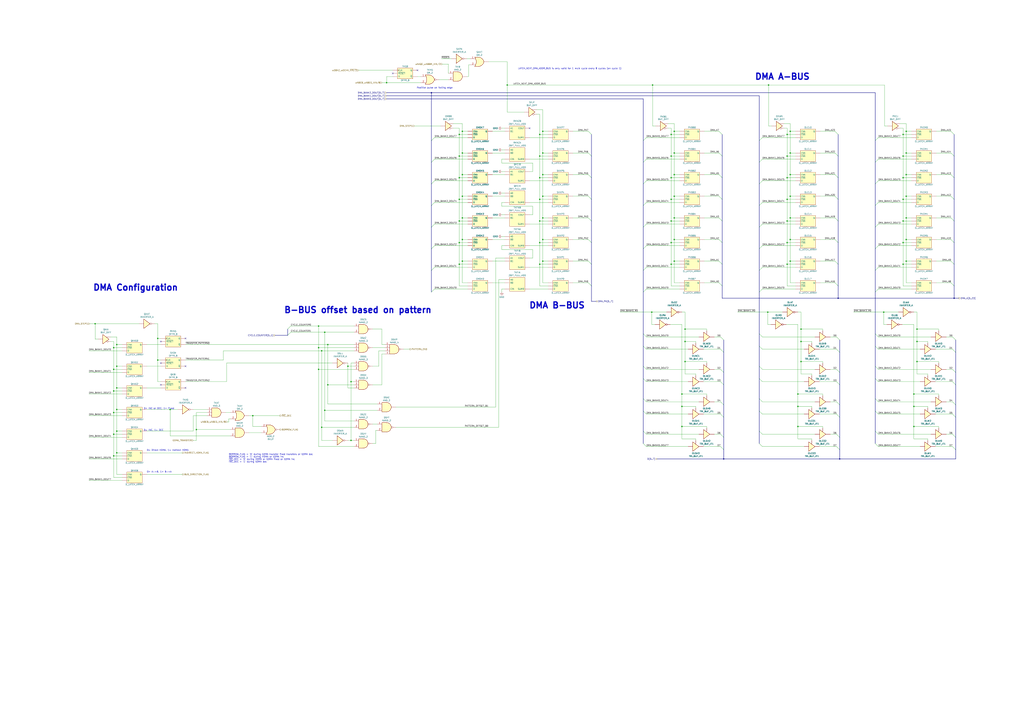
<source format=kicad_sch>
(kicad_sch (version 20230121) (generator eeschema)
  (paper "A1")
  (title_block (title "SNES S-CPU Schematics ") (date "2023-10-21") (rev "0.1") (company "Author: Regis Galland"))
  (junction (at 551.18 146.05))
  (junction (at 377.19 199.39))
  (junction (at 741.68 217.17))
  (junction (at 377.19 217.17))
  (junction (at 139.7 336.55))
  (junction (at 266.7 337.185))
  (junction (at 269.24 283.21))
  (junction (at 646.43 181.61))
  (junction (at 93.345 356.87))
  (junction (at 445.77 214.63))
  (junction (at 379.73 161.29))
  (junction (at 646.43 199.39))
  (junction (at 78.105 266.065))
  (junction (at 657.86 280.67))
  (junction (at 377.19 146.05))
  (junction (at 535.94 69.85))
  (junction (at 646.43 146.05))
  (junction (at 646.43 128.27))
  (junction (at 551.18 163.83))
  (junction (at 377.19 181.61))
  (junction (at 560.07 334.01))
  (junction (at 553.72 143.51))
  (junction (at 445.77 125.73))
  (junction (at 551.18 199.39))
  (junction (at 553.72 196.85))
  (junction (at 553.72 107.95))
  (junction (at 377.19 163.83))
  (junction (at 741.68 199.39))
  (junction (at 95.885 354.33))
  (junction (at 562.61 270.51))
  (junction (at 741.68 181.61))
  (junction (at 741.68 146.05))
  (junction (at 744.22 107.95))
  (junction (at 443.23 199.39))
  (junction (at 648.97 214.63))
  (junction (at 377.19 128.27))
  (junction (at 655.32 323.85))
  (junction (at 750.57 334.01))
  (junction (at 753.11 297.18))
  (junction (at 648.97 179.07))
  (junction (at 648.97 143.51))
  (junction (at 443.23 181.61))
  (junction (at 93.345 321.31))
  (junction (at 562.61 297.18))
  (junction (at 266.7 273.05))
  (junction (at 95.885 318.77))
  (junction (at 744.22 179.07))
  (junction (at 535.305 256.54))
  (junction (at 646.43 163.83))
  (junction (at 379.73 196.85))
  (junction (at 95.885 372.11))
  (junction (at 553.72 125.73))
  (junction (at 648.97 125.73))
  (junction (at 161.29 353.06))
  (junction (at 630.555 256.54))
  (junction (at 445.77 143.51))
  (junction (at 783.59 245.11))
  (junction (at 744.22 214.63))
  (junction (at 646.43 110.49))
  (junction (at 95.885 283.21))
  (junction (at 129.54 278.13))
  (junction (at 551.18 110.49))
  (junction (at 753.11 270.51))
  (junction (at 93.345 285.75))
  (junction (at 655.32 350.52))
  (junction (at 93.345 374.65))
  (junction (at 551.18 128.27))
  (junction (at 443.23 110.49))
  (junction (at 443.23 163.83))
  (junction (at 264.16 351.155))
  (junction (at 285.75 300.99))
  (junction (at 93.345 339.09))
  (junction (at 648.97 196.85))
  (junction (at 744.22 196.85))
  (junction (at 657.86 270.51))
  (junction (at 445.77 196.85))
  (junction (at 725.805 256.54))
  (junction (at 416.56 69.85))
  (junction (at 377.19 110.49))
  (junction (at 655.32 334.01))
  (junction (at 750.57 350.52))
  (junction (at 560.07 350.52))
  (junction (at 594.36 377.19))
  (junction (at 744.22 125.73))
  (junction (at 129.54 295.91))
  (junction (at 741.68 128.27))
  (junction (at 741.68 110.49))
  (junction (at 744.22 143.51))
  (junction (at 753.11 280.67))
  (junction (at 551.18 217.17))
  (junction (at 443.23 128.27))
  (junction (at 261.62 267.97))
  (junction (at 445.77 179.07))
  (junction (at 93.345 303.53))
  (junction (at 379.73 107.95))
  (junction (at 553.72 214.63))
  (junction (at 741.68 163.83))
  (junction (at 562.61 280.67))
  (junction (at 288.29 361.95))
  (junction (at 288.29 313.69))
  (junction (at 379.73 143.51))
  (junction (at 354.33 76.2))
  (junction (at 317.5 67.945))
  (junction (at 689.61 377.19))
  (junction (at 95.885 336.55))
  (junction (at 269.24 316.23))
  (junction (at 95.885 300.99))
  (junction (at 445.77 161.29))
  (junction (at 646.43 217.17))
  (junction (at 443.23 217.17))
  (junction (at 551.18 181.61))
  (junction (at 744.22 161.29))
  (junction (at 631.19 69.85))
  (junction (at 261.62 303.53))
  (junction (at 379.73 125.73))
  (junction (at 443.23 146.05))
  (junction (at 445.77 107.95))
  (junction (at 207.645 341.63))
  (junction (at 379.73 179.07))
  (junction (at 560.07 323.85))
  (junction (at 648.97 107.95))
  (junction (at 264.16 288.29))
  (junction (at 379.73 214.63))
  (junction (at 261.62 285.75))
  (junction (at 688.34 245.11))
  (junction (at 648.97 161.29))
  (junction (at 553.72 161.29))
  (junction (at 553.72 179.07))
  (junction (at 750.57 323.85))
  (junction (at 657.86 297.18))
  (no_connect (at 132.08 316.23))
  (no_connect (at 342.9 57.785))
  (no_connect (at 152.4 318.77))
  (no_connect (at 152.4 300.99))
  (no_connect (at 322.58 60.325))
  (no_connect (at 434.975 105.41))
  (no_connect (at 132.08 280.67))
  (no_connect (at 152.4 278.13))
  (no_connect (at 132.08 298.45))
  (bus_entry (at 530.86 166.37) (size -2.54 2.54))
  (bus_entry (at 530.86 184.15) (size -2.54 2.54))
  (bus_entry (at 782.32 303.53) (size 2.54 2.54))
  (bus_entry (at 721.36 330.2) (size -2.54 -2.54))
  (bus_entry (at 483.235 214.63) (size 2.54 2.54))
  (bus_entry (at 591.82 356.87) (size 2.54 2.54))
  (bus_entry (at 782.32 356.87) (size 2.54 2.54))
  (bus_entry (at 626.11 303.53) (size -2.54 -2.54))
  (bus_entry (at 483.235 179.07) (size 2.54 2.54))
  (bus_entry (at 530.86 340.36) (size -2.54 -2.54))
  (bus_entry (at 356.87 113.03) (size -2.54 2.54))
  (bus_entry (at 626.11 330.2) (size -2.54 -2.54))
  (bus_entry (at 591.82 303.53) (size 2.54 2.54))
  (bus_entry (at 530.86 237.49) (size -2.54 2.54))
  (bus_entry (at 721.36 276.86) (size -2.54 -2.54))
  (bus_entry (at 626.11 113.03) (size -2.54 2.54))
  (bus_entry (at 721.36 237.49) (size -2.54 2.54))
  (bus_entry (at 687.07 356.87) (size 2.54 2.54))
  (bus_entry (at 483.235 107.95) (size 2.54 2.54))
  (bus_entry (at 687.07 340.36) (size 2.54 2.54))
  (bus_entry (at 590.55 161.29) (size 2.54 2.54))
  (bus_entry (at 721.36 313.69) (size -2.54 -2.54))
  (bus_entry (at 782.32 313.69) (size 2.54 2.54))
  (bus_entry (at 781.05 143.51) (size 2.54 2.54))
  (bus_entry (at 238.76 273.05) (size -2.54 2.54))
  (bus_entry (at 721.36 356.87) (size -2.54 -2.54))
  (bus_entry (at 530.86 130.81) (size -2.54 2.54))
  (bus_entry (at 687.07 287.02) (size 2.54 2.54))
  (bus_entry (at 685.8 107.95) (size 2.54 2.54))
  (bus_entry (at 687.07 330.2) (size 2.54 2.54))
  (bus_entry (at 530.86 276.86) (size -2.54 -2.54))
  (bus_entry (at 590.55 196.85) (size 2.54 2.54))
  (bus_entry (at 530.86 219.71) (size -2.54 2.54))
  (bus_entry (at 685.8 143.51) (size 2.54 2.54))
  (bus_entry (at 483.235 125.73) (size 2.54 2.54))
  (bus_entry (at 721.36 219.71) (size -2.54 2.54))
  (bus_entry (at 591.82 313.69) (size 2.54 2.54))
  (bus_entry (at 591.82 330.2) (size 2.54 2.54))
  (bus_entry (at 530.86 313.69) (size -2.54 -2.54))
  (bus_entry (at 483.235 143.51) (size 2.54 2.54))
  (bus_entry (at 483.235 196.85) (size 2.54 2.54))
  (bus_entry (at 685.8 125.73) (size 2.54 2.54))
  (bus_entry (at 781.05 179.07) (size 2.54 2.54))
  (bus_entry (at 782.32 287.02) (size 2.54 2.54))
  (bus_entry (at 356.87 184.15) (size -2.54 2.54))
  (bus_entry (at 530.86 330.2) (size -2.54 -2.54))
  (bus_entry (at 687.07 303.53) (size 2.54 2.54))
  (bus_entry (at 721.36 303.53) (size -2.54 -2.54))
  (bus_entry (at 626.11 340.36) (size -2.54 -2.54))
  (bus_entry (at 356.87 201.93) (size -2.54 2.54))
  (bus_entry (at 356.87 166.37) (size -2.54 2.54))
  (bus_entry (at 356.87 130.81) (size -2.54 2.54))
  (bus_entry (at 483.235 161.29) (size 2.54 2.54))
  (bus_entry (at 530.86 367.03) (size -2.54 -2.54))
  (bus_entry (at 782.32 276.86) (size 2.54 2.54))
  (bus_entry (at 781.05 125.73) (size 2.54 2.54))
  (bus_entry (at 721.36 287.02) (size -2.54 -2.54))
  (bus_entry (at 721.36 340.36) (size -2.54 -2.54))
  (bus_entry (at 781.05 107.95) (size 2.54 2.54))
  (bus_entry (at 782.32 367.03) (size 2.54 2.54))
  (bus_entry (at 590.55 179.07) (size 2.54 2.54))
  (bus_entry (at 626.11 367.03) (size -2.54 -2.54))
  (bus_entry (at 356.87 237.49) (size -2.54 2.54))
  (bus_entry (at 687.07 276.86) (size 2.54 2.54))
  (bus_entry (at 782.32 340.36) (size 2.54 2.54))
  (bus_entry (at 626.11 201.93) (size -2.54 2.54))
  (bus_entry (at 238.76 267.97) (size -2.54 2.54))
  (bus_entry (at 781.05 196.85) (size 2.54 2.54))
  (bus_entry (at 626.11 148.59) (size -2.54 2.54))
  (bus_entry (at 590.55 214.63) (size 2.54 2.54))
  (bus_entry (at 626.11 130.81) (size -2.54 2.54))
  (bus_entry (at 626.11 184.15) (size -2.54 2.54))
  (bus_entry (at 685.8 161.29) (size 2.54 2.54))
  (bus_entry (at 626.11 219.71) (size -2.54 2.54))
  (bus_entry (at 685.8 232.41) (size 2.54 2.54))
  (bus_entry (at 356.87 219.71) (size -2.54 2.54))
  (bus_entry (at 626.11 166.37) (size -2.54 2.54))
  (bus_entry (at 721.36 201.93) (size -2.54 2.54))
  (bus_entry (at 626.11 313.69) (size -2.54 -2.54))
  (bus_entry (at 591.82 287.02) (size 2.54 2.54))
  (bus_entry (at 626.11 356.87) (size -2.54 -2.54))
  (bus_entry (at 626.11 237.49) (size -2.54 2.54))
  (bus_entry (at 781.05 161.29) (size 2.54 2.54))
  (bus_entry (at 530.86 201.93) (size -2.54 2.54))
  (bus_entry (at 781.05 232.41) (size 2.54 2.54))
  (bus_entry (at 530.86 303.53) (size -2.54 -2.54))
  (bus_entry (at 626.11 287.02) (size -2.54 -2.54))
  (bus_entry (at 590.55 107.95) (size 2.54 2.54))
  (bus_entry (at 721.36 166.37) (size -2.54 2.54))
  (bus_entry (at 782.32 330.2) (size 2.54 2.54))
  (bus_entry (at 530.86 113.03) (size -2.54 2.54))
  (bus_entry (at 590.55 125.73) (size 2.54 2.54))
  (bus_entry (at 721.36 184.15) (size -2.54 2.54))
  (bus_entry (at 591.82 367.03) (size 2.54 2.54))
  (bus_entry (at 590.55 232.41) (size 2.54 2.54))
  (bus_entry (at 591.82 340.36) (size 2.54 2.54))
  (bus_entry (at 721.36 148.59) (size -2.54 2.54))
  (bus_entry (at 530.86 148.59) (size -2.54 2.54))
  (bus_entry (at 685.8 179.07) (size 2.54 2.54))
  (bus_entry (at 685.8 196.85) (size 2.54 2.54))
  (bus_entry (at 685.8 214.63) (size 2.54 2.54))
  (bus_entry (at 721.36 367.03) (size -2.54 -2.54))
  (bus_entry (at 721.36 130.81) (size -2.54 2.54))
  (bus_entry (at 687.07 313.69) (size 2.54 2.54))
  (bus_entry (at 781.05 214.63) (size 2.54 2.54))
  (bus_entry (at 590.55 143.51) (size 2.54 2.54))
  (bus_entry (at 687.07 367.03) (size 2.54 2.54))
  (bus_entry (at 626.11 276.86) (size -2.54 -2.54))
  (bus_entry (at 530.86 356.87) (size -2.54 -2.54))
  (bus_entry (at 530.86 287.02) (size -2.54 -2.54))
  (bus_entry (at 356.87 148.59) (size -2.54 2.54))
  (bus_entry (at 721.36 113.03) (size -2.54 2.54))
  (bus_entry (at 483.235 232.41) (size 2.54 2.54))
  (bus_entry (at 591.82 276.86) (size 2.54 2.54))
  (wire (pts (xy 553.72 196.85) (xy 553.72 214.63)))
  (wire (pts (xy 744.22 161.29) (xy 744.22 179.07)))
  (wire (pts (xy 744.22 125.73) (xy 748.665 125.73)))
  (wire (pts (xy 95.885 372.11) (xy 95.885 389.89)))
  (wire (pts (xy 633.095 266.7) (xy 630.555 266.7)))
  (wire (pts (xy 590.55 214.63) (xy 578.485 214.63)))
  (wire (pts (xy 414.655 212.09) (xy 407.035 212.09)))
  (wire (pts (xy 306.07 300.99) (xy 311.15 300.99)))
  (wire (pts (xy 73.025 377.19) (xy 100.33 377.19)))
  (wire (pts (xy 384.175 163.83) (xy 377.19 163.83)))
  (wire (pts (xy 762 334.01) (xy 750.57 334.01)))
  (wire (pts (xy 530.86 276.86) (xy 574.04 276.86)))
  (wire (pts (xy 739.14 101.6) (xy 744.22 101.6)))
  (wire (pts (xy 553.72 232.41) (xy 558.165 232.41)))
  (wire (pts (xy 437.515 169.545) (xy 412.115 169.545)))
  (wire (pts (xy 748.665 107.95) (xy 744.22 107.95)))
  (wire (pts (xy 414.655 237.49) (xy 412.115 237.49)))
  (wire (pts (xy 95.885 336.55) (xy 100.33 336.55)))
  (wire (pts (xy 551.18 146.05) (xy 551.18 128.27)))
  (wire (pts (xy 726.44 69.85) (xy 726.44 103.505)))
  (wire (pts (xy 269.24 332.105) (xy 269.24 316.23)))
  (bus (pts (xy 784.86 316.23) (xy 784.86 332.74)))
  (wire (pts (xy 443.23 234.95) (xy 443.23 217.17)))
  (wire (pts (xy 288.29 313.69) (xy 288.29 361.95)))
  (bus (pts (xy 783.59 163.83) (xy 783.59 181.61)))
  (wire (pts (xy 266.7 337.185) (xy 266.7 346.075)))
  (wire (pts (xy 551.18 163.83) (xy 551.18 181.61)))
  (wire (pts (xy 379.73 214.63) (xy 379.73 232.41)))
  (wire (pts (xy 309.88 353.695) (xy 308.61 353.695)))
  (wire (pts (xy 685.8 107.95) (xy 673.735 107.95)))
  (wire (pts (xy 450.215 107.95) (xy 445.77 107.95)))
  (wire (pts (xy 93.345 339.09) (xy 93.345 321.31)))
  (wire (pts (xy 551.18 105.41) (xy 548.64 105.41)))
  (bus (pts (xy 528.32 284.48) (xy 528.32 300.99)))
  (wire (pts (xy 721.36 287.02) (xy 755.65 287.02)))
  (wire (pts (xy 78.105 266.065) (xy 114.3 266.065)))
  (wire (pts (xy 553.72 214.63) (xy 553.72 232.41)))
  (wire (pts (xy 750.57 334.01) (xy 750.57 350.52)))
  (wire (pts (xy 443.23 163.83) (xy 443.23 146.05)))
  (wire (pts (xy 721.36 148.59) (xy 748.665 148.59)))
  (wire (pts (xy 673.1 367.03) (xy 687.07 367.03)))
  (bus (pts (xy 784.86 289.56) (xy 784.86 306.07)))
  (bus (pts (xy 689.61 342.9) (xy 689.61 359.41)))
  (bus (pts (xy 354.33 168.91) (xy 354.33 186.69)))
  (wire (pts (xy 580.39 297.18) (xy 562.61 297.18)))
  (wire (pts (xy 685.8 232.41) (xy 673.735 232.41)))
  (wire (pts (xy 553.72 196.85) (xy 558.165 196.85)))
  (wire (pts (xy 762 361.95) (xy 762 360.68)))
  (bus (pts (xy 593.09 181.61) (xy 593.09 199.39)))
  (wire (pts (xy 285.75 298.45) (xy 285.75 300.99)))
  (wire (pts (xy 762 308.61) (xy 762 307.34)))
  (wire (pts (xy 571.5 280.67) (xy 562.61 280.67)))
  (bus (pts (xy 623.57 274.32) (xy 623.57 284.48)))
  (wire (pts (xy 630.555 266.7) (xy 630.555 256.54)))
  (wire (pts (xy 553.72 161.29) (xy 553.72 179.07)))
  (bus (pts (xy 489.585 247.65) (xy 485.775 247.65)))
  (bus (pts (xy 317.5 76.2) (xy 354.33 76.2)))
  (wire (pts (xy 781.05 161.29) (xy 768.985 161.29)))
  (wire (pts (xy 139.7 336.55) (xy 146.05 336.55)))
  (wire (pts (xy 653.415 163.83) (xy 646.43 163.83)))
  (bus (pts (xy 528.32 240.03) (xy 528.32 274.32)))
  (wire (pts (xy 443.23 146.05) (xy 443.23 128.27)))
  (wire (pts (xy 443.23 93.98) (xy 443.23 110.49)))
  (wire (pts (xy 313.69 67.945) (xy 317.5 67.945)))
  (wire (pts (xy 551.18 128.27) (xy 558.165 128.27)))
  (wire (pts (xy 290.83 298.45) (xy 288.29 298.45)))
  (wire (pts (xy 73.025 359.41) (xy 100.33 359.41)))
  (wire (pts (xy 261.62 303.53) (xy 290.83 303.53)))
  (wire (pts (xy 750.57 323.85) (xy 770.89 323.85)))
  (bus (pts (xy 718.82 133.35) (xy 718.82 151.13)))
  (wire (pts (xy 384.81 53.34) (xy 386.08 53.34)))
  (wire (pts (xy 750.57 350.52) (xy 750.57 360.68)))
  (wire (pts (xy 553.72 143.51) (xy 553.72 161.29)))
  (bus (pts (xy 528.32 186.69) (xy 528.32 204.47)))
  (bus (pts (xy 354.33 204.47) (xy 354.33 222.25)))
  (wire (pts (xy 185.42 339.09) (xy 189.23 339.09)))
  (wire (pts (xy 626.11 356.87) (xy 669.29 356.87)))
  (wire (pts (xy 450.215 148.59) (xy 434.975 148.59)))
  (bus (pts (xy 528.32 222.25) (xy 528.32 240.03)))
  (wire (pts (xy 434.975 212.09) (xy 437.515 212.09)))
  (bus (pts (xy 594.36 316.23) (xy 594.36 332.74)))
  (wire (pts (xy 404.495 107.95) (xy 414.655 107.95)))
  (bus (pts (xy 528.32 204.47) (xy 528.32 222.25)))
  (wire (pts (xy 681.99 330.2) (xy 687.07 330.2)))
  (wire (pts (xy 356.87 184.15) (xy 384.175 184.15)))
  (bus (pts (xy 783.59 217.17) (xy 783.59 234.95)))
  (wire (pts (xy 721.36 130.81) (xy 748.665 130.81)))
  (wire (pts (xy 409.575 229.87) (xy 409.575 351.155)))
  (wire (pts (xy 744.22 214.63) (xy 748.665 214.63)))
  (wire (pts (xy 450.215 184.15) (xy 434.975 184.15)))
  (bus (pts (xy 623.57 354.33) (xy 623.57 364.49)))
  (wire (pts (xy 73.025 394.97) (xy 100.33 394.97)))
  (wire (pts (xy 308.61 364.49) (xy 306.07 364.49)))
  (wire (pts (xy 309.88 337.185) (xy 266.7 337.185)))
  (wire (pts (xy 741.68 128.27) (xy 748.665 128.27)))
  (wire (pts (xy 744.22 196.85) (xy 744.22 214.63)))
  (wire (pts (xy 657.86 297.18) (xy 657.86 307.34)))
  (bus (pts (xy 354.33 151.13) (xy 354.33 168.91)))
  (wire (pts (xy 626.11 340.36) (xy 660.4 340.36)))
  (wire (pts (xy 744.22 143.51) (xy 748.665 143.51)))
  (wire (pts (xy 675.64 350.52) (xy 655.32 350.52)))
  (bus (pts (xy 783.59 181.61) (xy 783.59 199.39)))
  (wire (pts (xy 777.24 330.2) (xy 782.32 330.2)))
  (bus (pts (xy 593.09 217.17) (xy 593.09 234.95)))
  (wire (pts (xy 553.72 101.6) (xy 553.72 107.95)))
  (bus (pts (xy 623.57 186.69) (xy 623.57 204.47)))
  (bus (pts (xy 354.33 76.2) (xy 718.82 76.2)))
  (wire (pts (xy 753.11 280.67) (xy 753.11 297.18)))
  (wire (pts (xy 434.975 176.53) (xy 437.515 176.53)))
  (wire (pts (xy 311.15 288.29) (xy 316.23 288.29)))
  (wire (pts (xy 626.11 276.86) (xy 669.29 276.86)))
  (bus (pts (xy 528.32 133.35) (xy 528.32 151.13)))
  (wire (pts (xy 189.23 358.14) (xy 139.7 358.14)))
  (wire (pts (xy 317.5 67.945) (xy 317.5 62.865)))
  (wire (pts (xy 553.72 161.29) (xy 558.165 161.29)))
  (wire (pts (xy 470.535 196.85) (xy 483.235 196.85)))
  (bus (pts (xy 688.34 163.83) (xy 688.34 181.61)))
  (bus (pts (xy 528.32 168.91) (xy 528.32 186.69)))
  (wire (pts (xy 384.175 217.17) (xy 377.19 217.17)))
  (wire (pts (xy 728.345 266.7) (xy 725.805 266.7)))
  (wire (pts (xy 571.5 361.95) (xy 571.5 360.68)))
  (wire (pts (xy 741.68 146.05) (xy 741.68 128.27)))
  (wire (pts (xy 571.5 281.94) (xy 571.5 280.67)))
  (wire (pts (xy 648.97 125.73) (xy 648.97 143.51)))
  (wire (pts (xy 748.665 234.95) (xy 741.68 234.95)))
  (wire (pts (xy 535.305 256.54) (xy 547.37 256.54)))
  (bus (pts (xy 623.57 151.13) (xy 623.57 168.91)))
  (bus (pts (xy 485.775 110.49) (xy 485.775 128.27)))
  (wire (pts (xy 586.74 330.2) (xy 591.82 330.2)))
  (wire (pts (xy 768.35 313.69) (xy 782.32 313.69)))
  (wire (pts (xy 586.74 356.87) (xy 591.82 356.87)))
  (bus (pts (xy 688.34 146.05) (xy 688.34 163.83)))
  (wire (pts (xy 721.36 313.69) (xy 755.65 313.69)))
  (wire (pts (xy 626.11 148.59) (xy 653.415 148.59)))
  (wire (pts (xy 470.535 214.63) (xy 483.235 214.63)))
  (bus (pts (xy 689.61 316.23) (xy 689.61 332.74)))
  (wire (pts (xy 631.19 69.85) (xy 631.19 103.505)))
  (wire (pts (xy 445.77 196.85) (xy 445.77 214.63)))
  (wire (pts (xy 450.215 237.49) (xy 434.975 237.49)))
  (bus (pts (xy 689.61 377.19) (xy 784.86 377.19)))
  (wire (pts (xy 170.18 341.63) (xy 158.75 341.63)))
  (wire (pts (xy 470.535 232.41) (xy 483.235 232.41)))
  (wire (pts (xy 558.165 181.61) (xy 551.18 181.61)))
  (bus (pts (xy 718.82 240.03) (xy 718.82 274.32)))
  (wire (pts (xy 183.515 295.91) (xy 152.4 295.91)))
  (wire (pts (xy 657.86 280.67) (xy 657.86 297.18)))
  (wire (pts (xy 437.515 140.97) (xy 437.515 133.985)))
  (wire (pts (xy 626.11 130.81) (xy 653.415 130.81)))
  (wire (pts (xy 440.69 90.17) (xy 445.77 90.17)))
  (wire (pts (xy 470.535 161.29) (xy 483.235 161.29)))
  (wire (pts (xy 646.43 217.17) (xy 646.43 199.39)))
  (wire (pts (xy 120.65 389.89) (xy 149.86 389.89)))
  (wire (pts (xy 356.87 201.93) (xy 384.175 201.93)))
  (wire (pts (xy 437.515 176.53) (xy 437.515 169.545)))
  (wire (pts (xy 770.89 297.18) (xy 753.11 297.18)))
  (wire (pts (xy 450.215 179.07) (xy 445.77 179.07)))
  (wire (pts (xy 781.05 143.51) (xy 768.985 143.51)))
  (wire (pts (xy 530.86 356.87) (xy 574.04 356.87)))
  (bus (pts (xy 688.34 234.95) (xy 688.34 245.11)))
  (wire (pts (xy 290.83 300.99) (xy 285.75 300.99)))
  (wire (pts (xy 626.11 303.53) (xy 669.29 303.53)))
  (wire (pts (xy 450.215 201.93) (xy 434.975 201.93)))
  (wire (pts (xy 450.215 146.05) (xy 443.23 146.05)))
  (wire (pts (xy 261.62 267.97) (xy 261.62 285.75)))
  (wire (pts (xy 648.97 196.85) (xy 653.415 196.85)))
  (wire (pts (xy 571.5 334.01) (xy 560.07 334.01)))
  (wire (pts (xy 648.97 232.41) (xy 653.415 232.41)))
  (wire (pts (xy 264.16 288.29) (xy 290.83 288.29)))
  (wire (pts (xy 290.83 267.97) (xy 261.62 267.97)))
  (wire (pts (xy 781.05 179.07) (xy 768.985 179.07)))
  (wire (pts (xy 673.1 340.36) (xy 687.07 340.36)))
  (wire (pts (xy 404.495 161.29) (xy 414.655 161.29)))
  (wire (pts (xy 753.11 270.51) (xy 770.89 270.51)))
  (wire (pts (xy 530.86 166.37) (xy 558.165 166.37)))
  (wire (pts (xy 379.73 161.29) (xy 384.175 161.29)))
  (wire (pts (xy 93.345 356.87) (xy 93.345 374.65)))
  (wire (pts (xy 577.85 340.36) (xy 591.82 340.36)))
  (wire (pts (xy 445.77 161.29) (xy 450.215 161.29)))
  (wire (pts (xy 285.75 361.95) (xy 288.29 361.95)))
  (wire (pts (xy 379.73 101.6) (xy 379.73 107.95)))
  (wire (pts (xy 777.24 276.86) (xy 782.32 276.86)))
  (wire (pts (xy 553.72 107.95) (xy 553.72 125.73)))
  (bus (pts (xy 623.57 133.35) (xy 623.57 151.13)))
  (bus (pts (xy 689.61 369.57) (xy 689.61 377.19)))
  (wire (pts (xy 741.68 110.49) (xy 741.68 128.27)))
  (wire (pts (xy 78.105 266.065) (xy 73.66 266.065)))
  (wire (pts (xy 207.645 341.63) (xy 204.47 341.63)))
  (wire (pts (xy 183.515 288.29) (xy 264.16 288.29)))
  (wire (pts (xy 590.55 107.95) (xy 578.485 107.95)))
  (wire (pts (xy 470.535 179.07) (xy 483.235 179.07)))
  (wire (pts (xy 721.36 219.71) (xy 748.665 219.71)))
  (bus (pts (xy 485.775 128.27) (xy 485.775 146.05)))
  (bus (pts (xy 528.32 151.13) (xy 528.32 168.91)))
  (wire (pts (xy 450.215 163.83) (xy 443.23 163.83)))
  (bus (pts (xy 623.57 311.15) (xy 623.57 327.66)))
  (wire (pts (xy 412.115 201.93) (xy 414.655 201.93)))
  (bus (pts (xy 784.86 306.07) (xy 784.86 316.23)))
  (wire (pts (xy 416.56 50.8) (xy 401.32 50.8)))
  (wire (pts (xy 93.345 321.31) (xy 93.345 303.53)))
  (wire (pts (xy 132.08 283.21) (xy 120.65 283.21)))
  (wire (pts (xy 681.99 356.87) (xy 687.07 356.87)))
  (wire (pts (xy 384.175 146.05) (xy 377.19 146.05)))
  (wire (pts (xy 530.86 313.69) (xy 565.15 313.69)))
  (bus (pts (xy 623.57 115.57) (xy 623.57 133.35)))
  (wire (pts (xy 93.345 339.09) (xy 93.345 356.87)))
  (wire (pts (xy 535.94 103.505) (xy 535.94 69.85)))
  (wire (pts (xy 721.36 113.03) (xy 748.665 113.03)))
  (wire (pts (xy 590.55 125.73) (xy 578.485 125.73)))
  (wire (pts (xy 379.73 125.73) (xy 379.73 143.51)))
  (wire (pts (xy 95.885 354.33) (xy 95.885 372.11)))
  (wire (pts (xy 590.55 232.41) (xy 578.485 232.41)))
  (wire (pts (xy 655.32 256.54) (xy 657.86 256.54)))
  (wire (pts (xy 100.33 321.31) (xy 93.345 321.31)))
  (bus (pts (xy 688.34 181.61) (xy 688.34 199.39)))
  (wire (pts (xy 100.33 283.21) (xy 95.885 283.21)))
  (wire (pts (xy 445.77 107.95) (xy 445.77 125.73)))
  (wire (pts (xy 404.495 232.41) (xy 414.655 232.41)))
  (wire (pts (xy 170.18 336.55) (xy 158.75 336.55)))
  (wire (pts (xy 653.415 179.07) (xy 648.97 179.07)))
  (bus (pts (xy 718.82 300.99) (xy 718.82 311.15)))
  (wire (pts (xy 443.23 163.83) (xy 443.23 181.61)))
  (wire (pts (xy 781.05 232.41) (xy 768.985 232.41)))
  (wire (pts (xy 290.83 316.23) (xy 269.24 316.23)))
  (wire (pts (xy 356.87 166.37) (xy 384.175 166.37)))
  (wire (pts (xy 530.86 340.36) (xy 565.15 340.36)))
  (wire (pts (xy 646.43 199.39) (xy 653.415 199.39)))
  (wire (pts (xy 377.19 234.95) (xy 377.19 217.17)))
  (wire (pts (xy 313.69 290.83) (xy 316.23 290.83)))
  (wire (pts (xy 744.22 125.73) (xy 744.22 143.51)))
  (bus (pts (xy 594.36 279.4) (xy 594.36 289.56)))
  (wire (pts (xy 741.68 163.83) (xy 741.68 146.05)))
  (wire (pts (xy 721.36 340.36) (xy 755.65 340.36)))
  (wire (pts (xy 675.64 323.85) (xy 675.64 325.12)))
  (wire (pts (xy 741.68 181.61) (xy 741.68 199.39)))
  (wire (pts (xy 379.73 196.85) (xy 379.73 214.63)))
  (wire (pts (xy 161.29 353.06) (xy 189.23 353.06)))
  (wire (pts (xy 675.64 270.51) (xy 675.64 271.78)))
  (wire (pts (xy 762 360.68) (xy 750.57 360.68)))
  (wire (pts (xy 655.32 266.7) (xy 655.32 323.85)))
  (wire (pts (xy 768.35 287.02) (xy 782.32 287.02)))
  (wire (pts (xy 530.86 130.81) (xy 558.165 130.81)))
  (wire (pts (xy 285.75 300.99) (xy 285.75 318.77)))
  (bus (pts (xy 317.5 78.74) (xy 623.57 78.74)))
  (wire (pts (xy 648.97 214.63) (xy 653.415 214.63)))
  (wire (pts (xy 530.86 367.03) (xy 565.15 367.03)))
  (wire (pts (xy 530.86 303.53) (xy 574.04 303.53)))
  (bus (pts (xy 623.57 222.25) (xy 623.57 240.03)))
  (bus (pts (xy 718.82 115.57) (xy 718.82 133.35)))
  (wire (pts (xy 655.32 323.85) (xy 675.64 323.85)))
  (wire (pts (xy 530.86 113.03) (xy 558.165 113.03)))
  (wire (pts (xy 551.18 105.41) (xy 551.18 110.49)))
  (wire (pts (xy 753.11 256.54) (xy 753.11 270.51)))
  (bus (pts (xy 485.775 146.05) (xy 485.775 163.83)))
  (wire (pts (xy 73.025 306.07) (xy 100.33 306.07)))
  (wire (pts (xy 530.86 219.71) (xy 558.165 219.71)))
  (wire (pts (xy 781.05 196.85) (xy 768.985 196.85)))
  (wire (pts (xy 626.11 219.71) (xy 653.415 219.71)))
  (bus (pts (xy 528.32 81.28) (xy 528.32 115.57)))
  (wire (pts (xy 73.025 288.29) (xy 100.33 288.29)))
  (bus (pts (xy 689.61 279.4) (xy 689.61 289.56)))
  (bus (pts (xy 718.82 168.91) (xy 718.82 186.69)))
  (wire (pts (xy 646.43 110.49) (xy 646.43 128.27)))
  (wire (pts (xy 407.035 212.09) (xy 407.035 334.645)))
  (wire (pts (xy 626.11 330.2) (xy 669.29 330.2)))
  (wire (pts (xy 762 307.34) (xy 753.11 307.34)))
  (wire (pts (xy 450.215 234.95) (xy 443.23 234.95)))
  (wire (pts (xy 264.16 361.95) (xy 273.05 361.95)))
  (wire (pts (xy 781.05 214.63) (xy 768.985 214.63)))
  (wire (pts (xy 762 280.67) (xy 753.11 280.67)))
  (wire (pts (xy 748.665 146.05) (xy 741.68 146.05)))
  (wire (pts (xy 626.11 287.02) (xy 660.4 287.02)))
  (wire (pts (xy 762 281.94) (xy 762 280.67)))
  (wire (pts (xy 673.1 313.69) (xy 687.07 313.69)))
  (wire (pts (xy 290.83 346.075) (xy 266.7 346.075)))
  (wire (pts (xy 646.43 105.41) (xy 643.89 105.41)))
  (wire (pts (xy 653.415 107.95) (xy 648.97 107.95)))
  (wire (pts (xy 560.07 266.7) (xy 560.07 323.85)))
  (wire (pts (xy 681.99 303.53) (xy 687.07 303.53)))
  (wire (pts (xy 120.65 372.11) (xy 149.86 372.11)))
  (wire (pts (xy 95.885 318.77) (xy 100.33 318.77)))
  (wire (pts (xy 356.87 219.71) (xy 384.175 219.71)))
  (wire (pts (xy 560.07 334.01) (xy 560.07 350.52)))
  (bus (pts (xy 784.86 332.74) (xy 784.86 342.9)))
  (wire (pts (xy 675.64 351.79) (xy 675.64 350.52)))
  (wire (pts (xy 309.88 348.615) (xy 306.07 348.615)))
  (wire (pts (xy 161.29 353.06) (xy 161.29 361.95)))
  (wire (pts (xy 139.7 358.14) (xy 139.7 336.55)))
  (wire (pts (xy 170.18 339.09) (xy 161.29 339.09)))
  (wire (pts (xy 741.68 105.41) (xy 741.68 110.49)))
  (wire (pts (xy 530.86 201.93) (xy 558.165 201.93)))
  (wire (pts (xy 78.105 278.765) (xy 78.105 266.065)))
  (wire (pts (xy 571.5 308.61) (xy 571.5 307.34)))
  (wire (pts (xy 377.19 199.39) (xy 384.175 199.39)))
  (bus (pts (xy 718.82 311.15) (xy 718.82 327.66)))
  (wire (pts (xy 721.36 201.93) (xy 748.665 201.93)))
  (wire (pts (xy 95.885 300.99) (xy 95.885 318.77)))
  (wire (pts (xy 673.1 287.02) (xy 687.07 287.02)))
  (wire (pts (xy 675.64 298.45) (xy 675.64 297.18)))
  (wire (pts (xy 377.19 128.27) (xy 384.175 128.27)))
  (wire (pts (xy 414.655 194.31) (xy 412.115 194.31)))
  (wire (pts (xy 445.77 232.41) (xy 450.215 232.41)))
  (wire (pts (xy 725.805 266.7) (xy 725.805 256.54)))
  (wire (pts (xy 781.05 125.73) (xy 768.985 125.73)))
  (bus (pts (xy 354.33 222.25) (xy 354.33 240.03)))
  (wire (pts (xy 309.88 332.105) (xy 269.24 332.105)))
  (bus (pts (xy 317.5 81.28) (xy 528.32 81.28)))
  (wire (pts (xy 626.11 184.15) (xy 653.415 184.15)))
  (wire (pts (xy 646.43 234.95) (xy 646.43 217.17)))
  (wire (pts (xy 750.57 323.85) (xy 750.57 334.01)))
  (bus (pts (xy 688.34 245.11) (xy 783.59 245.11)))
  (wire (pts (xy 558.165 234.95) (xy 551.18 234.95)))
  (wire (pts (xy 445.77 161.29) (xy 445.77 179.07)))
  (wire (pts (xy 777.24 303.53) (xy 782.32 303.53)))
  (wire (pts (xy 379.73 161.29) (xy 379.73 179.07)))
  (wire (pts (xy 648.97 143.51) (xy 653.415 143.51)))
  (wire (pts (xy 264.16 351.155) (xy 264.16 361.95)))
  (wire (pts (xy 306.07 316.23) (xy 313.69 316.23)))
  (wire (pts (xy 437.515 205.105) (xy 412.115 205.105)))
  (wire (pts (xy 551.18 199.39) (xy 558.165 199.39)))
  (bus (pts (xy 528.32 274.32) (xy 528.32 284.48)))
  (wire (pts (xy 648.97 143.51) (xy 648.97 161.29)))
  (wire (pts (xy 100.33 354.33) (xy 95.885 354.33)))
  (wire (pts (xy 748.665 110.49) (xy 741.68 110.49)))
  (wire (pts (xy 666.75 281.94) (xy 666.75 280.67)))
  (wire (pts (xy 93.345 392.43) (xy 93.345 374.65)))
  (wire (pts (xy 290.83 283.21) (xy 269.24 283.21)))
  (wire (pts (xy 648.97 179.07) (xy 648.97 196.85)))
  (wire (pts (xy 741.68 199.39) (xy 748.665 199.39)))
  (bus (pts (xy 539.75 377.19) (xy 594.36 377.19)))
  (wire (pts (xy 379.73 196.85) (xy 384.175 196.85)))
  (bus (pts (xy 236.22 270.51) (xy 236.22 275.59)))
  (wire (pts (xy 741.68 234.95) (xy 741.68 217.17)))
  (wire (pts (xy 377.19 163.83) (xy 377.19 146.05)))
  (wire (pts (xy 383.54 48.26) (xy 386.08 48.26)))
  (bus (pts (xy 485.775 163.83) (xy 485.775 181.61)))
  (wire (pts (xy 132.08 295.91) (xy 129.54 295.91)))
  (wire (pts (xy 73.025 323.85) (xy 100.33 323.85)))
  (wire (pts (xy 412.115 133.985) (xy 412.115 130.81)))
  (wire (pts (xy 306.07 285.75) (xy 316.23 285.75)))
  (wire (pts (xy 377.19 105.41) (xy 372.11 105.41)))
  (wire (pts (xy 450.215 166.37) (xy 434.975 166.37)))
  (wire (pts (xy 721.36 166.37) (xy 748.665 166.37)))
  (wire (pts (xy 580.39 351.79) (xy 580.39 350.52)))
  (wire (pts (xy 630.555 256.54) (xy 605.79 256.54)))
  (bus (pts (xy 623.57 168.91) (xy 623.57 186.69)))
  (bus (pts (xy 594.36 359.41) (xy 594.36 369.57)))
  (wire (pts (xy 368.3 52.705) (xy 368.3 60.325)))
  (wire (pts (xy 412.115 130.81) (xy 414.655 130.81)))
  (wire (pts (xy 590.55 143.51) (xy 578.485 143.51)))
  (wire (pts (xy 445.77 179.07) (xy 445.77 196.85)))
  (wire (pts (xy 666.75 361.95) (xy 666.75 360.68)))
  (bus (pts (xy 485.775 217.17) (xy 485.775 234.95)))
  (wire (pts (xy 308.61 353.695) (xy 308.61 364.49)))
  (wire (pts (xy 404.495 196.85) (xy 414.655 196.85)))
  (wire (pts (xy 548.64 101.6) (xy 553.72 101.6)))
  (wire (pts (xy 100.33 356.87) (xy 93.345 356.87)))
  (bus (pts (xy 593.09 110.49) (xy 593.09 128.27)))
  (wire (pts (xy 648.97 196.85) (xy 648.97 214.63)))
  (wire (pts (xy 261.62 303.53) (xy 261.62 367.03)))
  (wire (pts (xy 648.97 125.73) (xy 653.415 125.73)))
  (wire (pts (xy 741.68 105.41) (xy 739.14 105.41)))
  (wire (pts (xy 550.545 266.7) (xy 560.07 266.7)))
  (wire (pts (xy 681.99 276.86) (xy 687.07 276.86)))
  (wire (pts (xy 551.18 110.49) (xy 551.18 128.27)))
  (wire (pts (xy 770.89 350.52) (xy 750.57 350.52)))
  (wire (pts (xy 653.415 146.05) (xy 646.43 146.05)))
  (wire (pts (xy 626.11 166.37) (xy 653.415 166.37)))
  (wire (pts (xy 93.345 280.67) (xy 93.345 285.75)))
  (wire (pts (xy 470.535 125.73) (xy 483.235 125.73)))
  (wire (pts (xy 404.495 179.07) (xy 414.655 179.07)))
  (bus (pts (xy 528.32 300.99) (xy 528.32 311.15)))
  (wire (pts (xy 770.89 323.85) (xy 770.89 325.12)))
  (bus (pts (xy 623.57 204.47) (xy 623.57 222.25)))
  (wire (pts (xy 721.36 237.49) (xy 748.665 237.49)))
  (bus (pts (xy 593.09 234.95) (xy 593.09 245.11)))
  (wire (pts (xy 586.74 276.86) (xy 591.82 276.86)))
  (bus (pts (xy 718.82 274.32) (xy 718.82 284.48)))
  (wire (pts (xy 721.36 330.2) (xy 764.54 330.2)))
  (wire (pts (xy 744.22 107.95) (xy 744.22 125.73)))
  (wire (pts (xy 666.75 280.67) (xy 657.86 280.67)))
  (bus (pts (xy 594.36 306.07) (xy 594.36 316.23)))
  (wire (pts (xy 356.87 148.59) (xy 384.175 148.59)))
  (wire (pts (xy 290.83 273.05) (xy 266.7 273.05)))
  (wire (pts (xy 770.89 270.51) (xy 770.89 271.78)))
  (wire (pts (xy 416.56 92.075) (xy 430.53 92.075)))
  (wire (pts (xy 158.75 361.95) (xy 161.29 361.95)))
  (wire (pts (xy 509.27 256.54) (xy 535.305 256.54)))
  (wire (pts (xy 290.83 285.75) (xy 261.62 285.75)))
  (wire (pts (xy 445.77 143.51) (xy 445.77 161.29)))
  (wire (pts (xy 553.72 143.51) (xy 558.165 143.51)))
  (wire (pts (xy 95.885 283.21) (xy 95.885 300.99)))
  (wire (pts (xy 580.39 323.85) (xy 580.39 325.12)))
  (wire (pts (xy 560.07 350.52) (xy 560.07 360.68)))
  (bus (pts (xy 528.32 327.66) (xy 528.32 337.82)))
  (wire (pts (xy 186.055 298.45) (xy 186.055 313.69)))
  (wire (pts (xy 129.54 313.69) (xy 129.54 295.91)))
  (bus (pts (xy 528.32 354.33) (xy 528.32 364.49)))
  (bus (pts (xy 623.57 327.66) (xy 623.57 337.82)))
  (wire (pts (xy 416.56 69.85) (xy 535.94 69.85)))
  (bus (pts (xy 594.36 289.56) (xy 594.36 306.07)))
  (wire (pts (xy 207.645 350.52) (xy 207.645 341.63)))
  (wire (pts (xy 183.515 288.29) (xy 183.515 295.91)))
  (wire (pts (xy 470.535 143.51) (xy 483.235 143.51)))
  (bus (pts (xy 784.86 342.9) (xy 784.86 359.41)))
  (wire (pts (xy 571.5 360.68) (xy 560.07 360.68)))
  (wire (pts (xy 666.75 360.68) (xy 655.32 360.68)))
  (bus (pts (xy 485.775 199.39) (xy 485.775 217.17)))
  (wire (pts (xy 648.97 214.63) (xy 648.97 232.41)))
  (wire (pts (xy 646.43 105.41) (xy 646.43 110.49)))
  (bus (pts (xy 689.61 289.56) (xy 689.61 306.07)))
  (bus (pts (xy 783.59 245.11) (xy 787.4 245.11)))
  (wire (pts (xy 313.69 270.51) (xy 306.07 270.51)))
  (wire (pts (xy 558.165 107.95) (xy 553.72 107.95)))
  (bus (pts (xy 784.86 359.41) (xy 784.86 369.57)))
  (wire (pts (xy 294.64 57.785) (xy 322.58 57.785)))
  (wire (pts (xy 562.61 256.54) (xy 562.61 270.51)))
  (wire (pts (xy 443.23 110.49) (xy 443.23 128.27)))
  (wire (pts (xy 443.23 128.27) (xy 450.215 128.27)))
  (wire (pts (xy 313.69 270.51) (xy 313.69 283.21)))
  (wire (pts (xy 562.61 270.51) (xy 580.39 270.51)))
  (wire (pts (xy 379.73 107.95) (xy 379.73 125.73)))
  (wire (pts (xy 675.64 297.18) (xy 657.86 297.18)))
  (wire (pts (xy 744.22 179.07) (xy 744.22 196.85)))
  (wire (pts (xy 322.58 62.865) (xy 317.5 62.865)))
  (wire (pts (xy 161.29 339.09) (xy 161.29 353.06)))
  (wire (pts (xy 443.23 217.17) (xy 443.23 199.39)))
  (wire (pts (xy 414.655 105.41) (xy 412.115 105.41)))
  (wire (pts (xy 726.44 103.505) (xy 728.98 103.505)))
  (wire (pts (xy 558.165 110.49) (xy 551.18 110.49)))
  (wire (pts (xy 317.5 67.945) (xy 345.44 67.945)))
  (bus (pts (xy 783.59 146.05) (xy 783.59 163.83)))
  (bus (pts (xy 688.34 217.17) (xy 688.34 234.95)))
  (wire (pts (xy 750.57 266.7) (xy 750.57 323.85)))
  (wire (pts (xy 414.655 229.87) (xy 409.575 229.87)))
  (wire (pts (xy 264.16 288.29) (xy 264.16 351.155)))
  (wire (pts (xy 648.97 161.29) (xy 653.415 161.29)))
  (wire (pts (xy 434.975 140.97) (xy 437.515 140.97)))
  (wire (pts (xy 93.345 374.65) (xy 100.33 374.65)))
  (wire (pts (xy 777.24 356.87) (xy 782.32 356.87)))
  (wire (pts (xy 404.495 214.63) (xy 414.655 214.63)))
  (bus (pts (xy 594.36 377.19) (xy 689.61 377.19)))
  (wire (pts (xy 377.19 181.61) (xy 377.19 199.39)))
  (wire (pts (xy 721.36 184.15) (xy 748.665 184.15)))
  (wire (pts (xy 657.86 256.54) (xy 657.86 270.51)))
  (wire (pts (xy 127 266.065) (xy 129.54 266.065)))
  (bus (pts (xy 593.09 163.83) (xy 593.09 181.61)))
  (wire (pts (xy 412.115 237.49) (xy 412.115 240.03)))
  (bus (pts (xy 226.06 275.59) (xy 236.22 275.59)))
  (wire (pts (xy 379.73 143.51) (xy 384.175 143.51)))
  (bus (pts (xy 688.34 199.39) (xy 688.34 217.17)))
  (wire (pts (xy 626.11 367.03) (xy 660.4 367.03)))
  (wire (pts (xy 631.19 69.85) (xy 726.44 69.85)))
  (wire (pts (xy 530.86 184.15) (xy 558.165 184.15)))
  (wire (pts (xy 445.77 125.73) (xy 450.215 125.73)))
  (wire (pts (xy 590.55 161.29) (xy 578.485 161.29)))
  (wire (pts (xy 530.86 287.02) (xy 565.15 287.02)))
  (wire (pts (xy 657.86 270.51) (xy 657.86 280.67)))
  (wire (pts (xy 741.68 163.83) (xy 741.68 181.61)))
  (wire (pts (xy 443.23 199.39) (xy 450.215 199.39)))
  (bus (pts (xy 718.82 284.48) (xy 718.82 300.99)))
  (wire (pts (xy 530.86 148.59) (xy 558.165 148.59)))
  (wire (pts (xy 377.19 217.17) (xy 377.19 199.39)))
  (wire (pts (xy 646.43 163.83) (xy 646.43 146.05)))
  (wire (pts (xy 100.33 392.43) (xy 93.345 392.43)))
  (wire (pts (xy 648.97 161.29) (xy 648.97 179.07)))
  (wire (pts (xy 590.55 179.07) (xy 578.485 179.07)))
  (wire (pts (xy 152.4 283.21) (xy 269.24 283.21)))
  (wire (pts (xy 762 335.28) (xy 762 334.01)))
  (bus (pts (xy 354.33 76.2) (xy 354.33 115.57)))
  (wire (pts (xy 204.47 355.6) (xy 214.63 355.6)))
  (wire (pts (xy 414.655 123.19) (xy 412.115 123.19)))
  (wire (pts (xy 379.73 232.41) (xy 384.175 232.41)))
  (wire (pts (xy 78.105 278.765) (xy 80.645 278.765)))
  (wire (pts (xy 450.215 219.71) (xy 434.975 219.71)))
  (wire (pts (xy 626.11 113.03) (xy 653.415 113.03)))
  (wire (pts (xy 404.495 125.73) (xy 414.655 125.73)))
  (wire (pts (xy 721.36 367.03) (xy 755.65 367.03)))
  (wire (pts (xy 356.87 130.81) (xy 384.175 130.81)))
  (wire (pts (xy 377.19 110.49) (xy 377.19 128.27)))
  (wire (pts (xy 356.87 113.03) (xy 384.175 113.03)))
  (wire (pts (xy 666.75 308.61) (xy 666.75 307.34)))
  (wire (pts (xy 768.35 367.03) (xy 782.32 367.03)))
  (bus (pts (xy 485.775 234.95) (xy 485.775 247.65)))
  (wire (pts (xy 342.9 62.865) (xy 345.44 62.865)))
  (wire (pts (xy 538.48 103.505) (xy 535.94 103.505)))
  (wire (pts (xy 781.05 107.95) (xy 768.985 107.95)))
  (wire (pts (xy 266.7 273.05) (xy 266.7 337.185)))
  (wire (pts (xy 770.89 298.45) (xy 770.89 297.18)))
  (wire (pts (xy 580.39 270.51) (xy 580.39 271.78)))
  (wire (pts (xy 412.115 166.37) (xy 414.655 166.37)))
  (wire (pts (xy 129.54 278.13) (xy 132.08 278.13)))
  (wire (pts (xy 412.115 205.105) (xy 412.115 201.93)))
  (bus (pts (xy 594.36 369.57) (xy 594.36 377.19)))
  (wire (pts (xy 535.305 266.7) (xy 535.305 256.54)))
  (wire (pts (xy 95.885 336.55) (xy 95.885 354.33)))
  (wire (pts (xy 340.36 103.505) (xy 361.95 103.505)))
  (bus (pts (xy 593.09 146.05) (xy 593.09 163.83)))
  (wire (pts (xy 551.18 234.95) (xy 551.18 217.17)))
  (wire (pts (xy 414.655 140.97) (xy 412.115 140.97)))
  (wire (pts (xy 562.61 297.18) (xy 562.61 307.34)))
  (wire (pts (xy 363.22 52.705) (xy 368.3 52.705)))
  (wire (pts (xy 313.69 316.23) (xy 313.69 290.83)))
  (wire (pts (xy 445.77 143.51) (xy 450.215 143.51)))
  (wire (pts (xy 95.885 300.99) (xy 100.33 300.99)))
  (wire (pts (xy 238.76 273.05) (xy 266.7 273.05)))
  (bus (pts (xy 718.82 222.25) (xy 718.82 240.03)))
  (wire (pts (xy 530.86 330.2) (xy 574.04 330.2)))
  (wire (pts (xy 630.555 256.54) (xy 642.62 256.54)))
  (bus (pts (xy 718.82 204.47) (xy 718.82 222.25)))
  (bus (pts (xy 689.61 332.74) (xy 689.61 342.9)))
  (wire (pts (xy 414.655 176.53) (xy 412.115 176.53)))
  (wire (pts (xy 657.86 270.51) (xy 675.64 270.51)))
  (bus (pts (xy 783.59 110.49) (xy 783.59 128.27)))
  (wire (pts (xy 562.61 280.67) (xy 562.61 297.18)))
  (wire (pts (xy 132.08 313.69) (xy 129.54 313.69)))
  (wire (pts (xy 721.36 276.86) (xy 764.54 276.86)))
  (wire (pts (xy 753.11 297.18) (xy 753.11 307.34)))
  (bus (pts (xy 784.86 377.19) (xy 784.86 369.57)))
  (wire (pts (xy 648.97 101.6) (xy 648.97 107.95)))
  (wire (pts (xy 748.665 217.17) (xy 741.68 217.17)))
  (wire (pts (xy 95.885 372.11) (xy 100.33 372.11)))
  (bus (pts (xy 354.33 133.35) (xy 354.33 151.13)))
  (wire (pts (xy 379.73 214.63) (xy 384.175 214.63)))
  (wire (pts (xy 685.8 125.73) (xy 673.735 125.73)))
  (wire (pts (xy 586.74 303.53) (xy 591.82 303.53)))
  (wire (pts (xy 437.515 212.09) (xy 437.515 205.105)))
  (wire (pts (xy 768.35 340.36) (xy 782.32 340.36)))
  (wire (pts (xy 325.12 334.645) (xy 407.035 334.645)))
  (bus (pts (xy 485.775 181.61) (xy 485.775 199.39)))
  (wire (pts (xy 129.54 295.91) (xy 129.54 278.13)))
  (wire (pts (xy 416.56 50.8) (xy 416.56 69.85)))
  (wire (pts (xy 313.69 283.21) (xy 316.23 283.21)))
  (wire (pts (xy 412.115 169.545) (xy 412.115 166.37)))
  (wire (pts (xy 377.19 163.83) (xy 377.19 181.61)))
  (wire (pts (xy 379.73 179.07) (xy 379.73 196.85)))
  (wire (pts (xy 379.73 143.51) (xy 379.73 161.29)))
  (bus (pts (xy 783.59 234.95) (xy 783.59 245.11)))
  (wire (pts (xy 535.94 69.85) (xy 631.19 69.85)))
  (wire (pts (xy 645.795 266.7) (xy 655.32 266.7)))
  (wire (pts (xy 437.515 133.985) (xy 412.115 133.985)))
  (wire (pts (xy 646.43 146.05) (xy 646.43 128.27)))
  (wire (pts (xy 744.22 196.85) (xy 748.665 196.85)))
  (wire (pts (xy 470.535 107.95) (xy 483.235 107.95)))
  (wire (pts (xy 384.175 107.95) (xy 379.73 107.95)))
  (bus (pts (xy 354.33 115.57) (xy 354.33 133.35)))
  (wire (pts (xy 551.18 217.17) (xy 551.18 199.39)))
  (wire (pts (xy 744.22 161.29) (xy 748.665 161.29)))
  (wire (pts (xy 120.65 336.55) (xy 139.7 336.55)))
  (wire (pts (xy 553.72 125.73) (xy 558.165 125.73)))
  (wire (pts (xy 450.215 130.81) (xy 434.975 130.81)))
  (bus (pts (xy 593.09 245.11) (xy 688.34 245.11)))
  (wire (pts (xy 653.415 181.61) (xy 646.43 181.61)))
  (wire (pts (xy 158.75 341.63) (xy 158.75 354.33)))
  (wire (pts (xy 753.11 270.51) (xy 753.11 280.67)))
  (wire (pts (xy 748.665 163.83) (xy 741.68 163.83)))
  (wire (pts (xy 643.89 101.6) (xy 648.97 101.6)))
  (bus (pts (xy 623.57 300.99) (xy 623.57 311.15)))
  (wire (pts (xy 741.045 266.7) (xy 750.57 266.7)))
  (wire (pts (xy 93.345 280.67) (xy 90.805 280.67)))
  (wire (pts (xy 207.645 341.63) (xy 229.87 341.63)))
  (wire (pts (xy 95.885 318.77) (xy 95.885 336.55)))
  (wire (pts (xy 377.19 146.05) (xy 377.19 128.27)))
  (wire (pts (xy 558.165 217.17) (xy 551.18 217.17)))
  (wire (pts (xy 93.345 303.53) (xy 100.33 303.53)))
  (wire (pts (xy 443.23 181.61) (xy 443.23 199.39)))
  (wire (pts (xy 648.97 107.95) (xy 648.97 125.73)))
  (bus (pts (xy 623.57 78.74) (xy 623.57 115.57)))
  (bus (pts (xy 718.82 327.66) (xy 718.82 337.82)))
  (wire (pts (xy 100.33 285.75) (xy 93.345 285.75)))
  (wire (pts (xy 685.8 179.07) (xy 673.735 179.07)))
  (wire (pts (xy 750.57 256.54) (xy 753.11 256.54)))
  (wire (pts (xy 562.61 270.51) (xy 562.61 280.67)))
  (wire (pts (xy 748.665 181.61) (xy 741.68 181.61)))
  (wire (pts (xy 744.22 101.6) (xy 744.22 107.95)))
  (wire (pts (xy 646.43 181.61) (xy 646.43 199.39)))
  (wire (pts (xy 100.33 339.09) (xy 93.345 339.09)))
  (wire (pts (xy 626.11 201.93) (xy 653.415 201.93)))
  (wire (pts (xy 356.87 237.49) (xy 384.175 237.49)))
  (wire (pts (xy 450.215 217.17) (xy 443.23 217.17)))
  (wire (pts (xy 701.04 256.54) (xy 725.805 256.54)))
  (wire (pts (xy 631.19 103.505) (xy 633.73 103.505)))
  (wire (pts (xy 377.19 105.41) (xy 377.19 110.49)))
  (wire (pts (xy 560.07 323.85) (xy 580.39 323.85)))
  (wire (pts (xy 290.83 367.03) (xy 261.62 367.03)))
  (wire (pts (xy 129.54 278.13) (xy 129.54 266.065)))
  (wire (pts (xy 685.8 214.63) (xy 673.735 214.63)))
  (wire (pts (xy 646.43 163.83) (xy 646.43 181.61)))
  (wire (pts (xy 537.845 266.7) (xy 535.305 266.7)))
  (wire (pts (xy 551.18 181.61) (xy 551.18 199.39)))
  (wire (pts (xy 725.805 256.54) (xy 737.87 256.54)))
  (wire (pts (xy 741.68 217.17) (xy 741.68 199.39)))
  (wire (pts (xy 653.415 217.17) (xy 646.43 217.17)))
  (wire (pts (xy 445.77 90.17) (xy 445.77 107.95)))
  (wire (pts (xy 384.81 62.865) (xy 383.54 62.865)))
  (wire (pts (xy 414.655 158.75) (xy 412.115 158.75)))
  (wire (pts (xy 416.56 69.85) (xy 416.56 92.075)))
  (bus (pts (xy 688.34 128.27) (xy 688.34 146.05)))
  (wire (pts (xy 744.22 143.51) (xy 744.22 161.29)))
  (bus (pts (xy 594.36 332.74) (xy 594.36 342.9)))
  (wire (pts (xy 158.75 354.33) (xy 120.65 354.33)))
  (wire (pts (xy 560.07 323.85) (xy 560.07 334.01)))
  (wire (pts (xy 450.215 113.03) (xy 434.975 113.03)))
  (bus (pts (xy 784.86 279.4) (xy 784.86 289.56)))
  (wire (pts (xy 288.29 361.95) (xy 290.83 361.95)))
  (wire (pts (xy 186.055 298.45) (xy 273.05 298.45)))
  (wire (pts (xy 577.85 367.03) (xy 591.82 367.03)))
  (wire (pts (xy 290.83 318.77) (xy 285.75 318.77)))
  (wire (pts (xy 653.415 234.95) (xy 646.43 234.95)))
  (wire (pts (xy 261.62 285.75) (xy 261.62 303.53)))
  (wire (pts (xy 152.4 313.69) (xy 186.055 313.69)))
  (wire (pts (xy 90.805 276.86) (xy 95.885 276.86)))
  (bus (pts (xy 593.09 128.27) (xy 593.09 146.05)))
  (wire (pts (xy 384.175 110.49) (xy 377.19 110.49)))
  (bus (pts (xy 718.82 337.82) (xy 718.82 354.33)))
  (bus (pts (xy 783.59 128.27) (xy 783.59 146.05)))
  (wire (pts (xy 445.77 214.63) (xy 445.77 232.41)))
  (wire (pts (xy 372.11 101.6) (xy 379.73 101.6)))
  (wire (pts (xy 626.11 237.49) (xy 653.415 237.49)))
  (wire (pts (xy 325.12 351.155) (xy 409.575 351.155)))
  (wire (pts (xy 450.215 181.61) (xy 443.23 181.61)))
  (wire (pts (xy 571.5 335.28) (xy 571.5 334.01)))
  (wire (pts (xy 655.32 350.52) (xy 655.32 360.68)))
  (wire (pts (xy 653.415 110.49) (xy 646.43 110.49)))
  (wire (pts (xy 666.75 307.34) (xy 657.86 307.34)))
  (wire (pts (xy 655.32 323.85) (xy 655.32 334.01)))
  (wire (pts (xy 73.025 341.63) (xy 100.33 341.63)))
  (wire (pts (xy 685.8 143.51) (xy 673.735 143.51)))
  (wire (pts (xy 685.8 161.29) (xy 673.735 161.29)))
  (wire (pts (xy 580.39 298.45) (xy 580.39 297.18)))
  (bus (pts (xy 528.32 115.57) (xy 528.32 133.35)))
  (wire (pts (xy 558.165 163.83) (xy 551.18 163.83)))
  (wire (pts (xy 744.22 232.41) (xy 748.665 232.41)))
  (wire (pts (xy 558.165 146.05) (xy 551.18 146.05)))
  (wire (pts (xy 132.08 318.77) (xy 120.65 318.77)))
  (wire (pts (xy 132.08 300.99) (xy 120.65 300.99)))
  (wire (pts (xy 384.175 234.95) (xy 377.19 234.95)))
  (bus (pts (xy 528.32 311.15) (xy 528.32 327.66)))
  (wire (pts (xy 384.175 181.61) (xy 377.19 181.61)))
  (wire (pts (xy 207.645 350.52) (xy 214.63 350.52)))
  (wire (pts (xy 331.47 287.02) (xy 336.55 287.02)))
  (wire (pts (xy 655.32 334.01) (xy 655.32 350.52)))
  (bus (pts (xy 783.59 199.39) (xy 783.59 217.17)))
  (wire (pts (xy 187.96 344.17) (xy 189.23 344.17)))
  (wire (pts (xy 379.73 125.73) (xy 384.175 125.73)))
  (bus (pts (xy 689.61 306.07) (xy 689.61 316.23)))
  (bus (pts (xy 689.61 359.41) (xy 689.61 369.57)))
  (wire (pts (xy 666.75 335.28) (xy 666.75 334.01)))
  (wire (pts (xy 685.8 196.85) (xy 673.735 196.85)))
  (wire (pts (xy 577.85 287.02) (xy 591.82 287.02)))
  (wire (pts (xy 95.885 276.86) (xy 95.885 283.21)))
  (wire (pts (xy 404.495 143.51) (xy 414.655 143.51)))
  (wire (pts (xy 721.36 356.87) (xy 764.54 356.87)))
  (wire (pts (xy 95.885 389.89) (xy 100.33 389.89)))
  (wire (pts (xy 530.86 237.49) (xy 558.165 237.49)))
  (wire (pts (xy 264.16 351.155) (xy 290.83 351.155)))
  (wire (pts (xy 93.345 285.75) (xy 93.345 303.53)))
  (wire (pts (xy 186.69 346.71) (xy 187.96 346.71)))
  (wire (pts (xy 290.83 313.69) (xy 288.29 313.69)))
  (wire (pts (xy 744.22 214.63) (xy 744.22 232.41)))
  (bus (pts (xy 688.34 110.49) (xy 688.34 128.27)))
  (bus (pts (xy 718.82 76.2) (xy 718.82 115.57)))
  (bus (pts (xy 623.57 284.48) (xy 623.57 300.99)))
  (wire (pts (xy 666.75 334.01) (xy 655.32 334.01)))
  (wire (pts (xy 384.81 53.34) (xy 384.81 62.865)))
  (wire (pts (xy 368.3 65.405) (xy 360.68 65.405)))
  (wire (pts (xy 288.29 313.69) (xy 288.29 298.45)))
  (wire (pts (xy 553.72 214.63) (xy 558.165 214.63)))
  (wire (pts (xy 770.89 351.79) (xy 770.89 350.52)))
  (wire (pts (xy 445.77 214.63) (xy 450.215 214.63)))
  (wire (pts (xy 443.23 93.98) (xy 440.69 93.98)))
  (wire (pts (xy 560.07 256.54) (xy 562.61 256.54)))
  (bus (pts (xy 623.57 240.03) (xy 623.57 274.32)))
  (wire (pts (xy 577.85 313.69) (xy 591.82 313.69)))
  (wire (pts (xy 311.15 300.99) (xy 311.15 288.29)))
  (bus (pts (xy 718.82 354.33) (xy 718.82 364.49)))
  (wire (pts (xy 384.175 179.07) (xy 379.73 179.07)))
  (wire (pts (xy 590.55 196.85) (xy 578.485 196.85)))
  (wire (pts (xy 445.77 125.73) (xy 445.77 143.51)))
  (bus (pts (xy 718.82 186.69) (xy 718.82 204.47)))
  (wire (pts (xy 362.585 48.26) (xy 370.84 48.26)))
  (wire (pts (xy 626.11 313.69) (xy 660.4 313.69)))
  (bus (pts (xy 593.09 199.39) (xy 593.09 217.17)))
  (wire (pts (xy 646.43 128.27) (xy 653.415 128.27)))
  (bus (pts (xy 623.57 337.82) (xy 623.57 354.33)))
  (wire (pts (xy 445.77 196.85) (xy 450.215 196.85)))
  (wire (pts (xy 269.24 316.23) (xy 269.24 283.21)))
  (wire (pts (xy 558.165 179.07) (xy 553.72 179.07)))
  (wire (pts (xy 450.215 110.49) (xy 443.23 110.49)))
  (wire (pts (xy 721.36 303.53) (xy 764.54 303.53)))
  (wire (pts (xy 261.62 267.97) (xy 238.76 267.97)))
  (bus (pts (xy 528.32 337.82) (xy 528.32 354.33)))
  (wire (pts (xy 553.72 125.73) (xy 553.72 143.51)))
  (bus (pts (xy 718.82 151.13) (xy 718.82 168.91)))
  (wire (pts (xy 553.72 179.07) (xy 553.72 196.85)))
  (wire (pts (xy 580.39 350.52) (xy 560.07 350.52)))
  (wire (pts (xy 187.96 346.71) (xy 187.96 344.17)))
  (wire (pts (xy 748.665 179.07) (xy 744.22 179.07)))
  (wire (pts (xy 571.5 307.34) (xy 562.61 307.34)))
  (bus (pts (xy 354.33 186.69) (xy 354.33 204.47)))
  (bus (pts (xy 594.36 342.9) (xy 594.36 359.41)))
  (wire (pts (xy 551.18 163.83) (xy 551.18 146.05)))
  (text "DMA B-BUS" (at 434.34 254 0) (effects (font (size 5 5) (thickness 1) bold) (justify left bottom)))
  (text "BORROW_FLAG = '0' during GDMA transfer fixed transfers or GDMA dec\nBORROW_FLAG = '1' during HDMA or GDMA inc\n~{INC}_DEC = '0' during HDMA or GDMA fixed or GDMA inc\n~{INC}_DEC = '1' during GDMA dec" (at 187.96 380.365 0) (effects (font (size 1.27 1.27)) (justify left bottom)))
  (text "B-BUS offset based on pattern" (at 233.045 257.81 0) (effects (font (size 5 5) (thickness 1) bold) (justify left bottom)))
  (text "Positive pulse on falling edge" (at 342.265 73.025 0) (effects (font (size 1.27 1.27)) (justify left bottom)))
  (text "LATCH_NEXT_DMA_ADDR_BUS is only valid for 1 mclk cycle every 8 cycles (on cycle 1)" (at 425.45 57.15 0) (effects (font (size 1.27 1.27)) (justify left bottom)))
  (text "DMA A-BUS" (at 619.76 66.04 0) (effects (font (size 5 5) (thickness 1) bold) (justify left bottom)))
  (text "0= Direct HDMA, 1= Indirect HDMA" (at 120.65 370.84 0) (effects (font (size 1.27 1.27)) (justify left bottom)))
  (text "0= INC, 1= DEC" (at 118.11 354.33 0) (effects (font (size 1.27 1.27)) (justify left bottom)))
  (text "0= INC or DEC, 1= Fixed" (at 118.11 336.55 0) (effects (font (size 1.27 1.27)) (justify left bottom)))
  (text "0= A->B, 1= B->A" (at 120.65 388.62 0) (effects (font (size 1.27 1.27)) (justify left bottom)))
  (text "DMA Configuration" (at 76.2 239.395 0) (effects (font (size 5 5) (thickness 1) bold) (justify left bottom)))
  (label "DMA_BANK0_DOUT2" (at 530.86 303.53 0))
  (label "DMA_BANK0_DOUT0" (at 530.86 237.49 0))
  (label "DMA_A16" (at 685.8 232.41 180))
  (label "DMA_A22" (at 685.8 125.73 180))
  (label "DMA_BANK1_DOUT7" (at 73.025 394.97 0))
  (label "D4" (at 687.07 330.2 180))
  (label "DMA_A12" (at 781.05 161.29 180))
  (label "D5" (at 687.07 340.36 180))
  (label "DMA_BANK1_DOUT2" (at 73.025 323.85 0))
  (label "DMA_BANK0_DOUT1" (at 530.86 219.71 0))
  (label "DMA_A3" (at 590.55 179.07 180))
  (label "TRANSFER_PATTERN2" (at 152.4 313.69 0))
  (label "DMA_BANK0_DOUT5" (at 530.86 340.36 0))
  (label "DMA_A14" (at 781.05 125.73 180))
  (label "DMA_PA5" (at 483.235 143.51 180))
  (label "D2" (at 782.32 303.53 180))
  (label "LATCH_NEXT_DMA_ADDR_BUS" (at 448.31 69.85 180))
  (label "DMA_BANK1_DOUT0" (at 73.025 288.29 0))
  (label "DMA_BANK0_DOUT7" (at 530.86 113.03 0))
  (label "DMA_BANK2_DOUT6" (at 721.36 130.81 0))
  (label "PATTERN_OFFSET_B1" (at 381.635 334.645 0))
  (label "DMA_BANK2_DOUT4" (at 721.36 166.37 0))
  (label "DMA_BANK2_DOUT4" (at 356.87 166.37 0))
  (label "DMA_BANK0_DOUT6" (at 530.86 130.81 0))
  (label "~{MODE5}" (at 362.585 48.26 0))
  (label "DMA_BANK1_DOUT2" (at 626.11 201.93 0))
  (label "DMA_A2" (at 590.55 196.85 180))
  (label "DMA_BANK2_DOUT5" (at 356.87 148.59 0))
  (label "DMA_BANK1_DOUT3" (at 626.11 184.15 0))
  (label "DMA_A15" (at 781.05 107.95 180))
  (label "CYCLE_COUNTER1" (at 238.76 273.05 0))
  (label "DMA_A7" (at 590.55 107.95 180))
  (label "~{DMA_BANK1_RD}" (at 605.79 256.54 0))
  (label "DMA_A23" (at 685.8 107.95 180))
  (label "D5" (at 782.32 340.36 180))
  (label "DMA_BANK2_DOUT5" (at 721.36 148.59 0))
  (label "DMA_BANK1_DOUT3" (at 73.025 341.63 0))
  (label "DMA_BANK0_DOUT5" (at 530.86 148.59 0))
  (label "DMA_A0" (at 590.55 232.41 180))
  (label "D7" (at 591.82 367.03 180))
  (label "DMA_BANK2_DOUT3" (at 721.36 313.69 0))
  (label "DMA_BANK0_DOUT4" (at 530.86 330.2 0))
  (label "DMA_BANK2_DOUT1" (at 721.36 287.02 0))
  (label "D6" (at 687.07 356.87 180))
  (label "D6" (at 591.82 356.87 180))
  (label "D7" (at 782.32 367.03 180))
  (label "D2" (at 591.82 303.53 180))
  (label "CYCLE_COUNTER0" (at 238.76 267.97 0))
  (label "DMA_BANK2_DOUT1" (at 721.36 219.71 0))
  (label "DMA_BANK0_DOUT2" (at 530.86 201.93 0))
  (label "DMA_PA3" (at 483.235 179.07 180))
  (label "DMA_BANK2_DOUT3" (at 356.87 184.15 0))
  (label "D2" (at 687.07 303.53 180))
  (label "DMA_PA6" (at 483.235 125.73 180))
  (label "DMA_BANK2_DOUT4" (at 721.36 330.2 0))
  (label "DMA_BANK1_DOUT6" (at 73.025 377.19 0))
  (label "DMA_BANK2_DOUT7" (at 721.36 113.03 0))
  (label "D6" (at 782.32 356.87 180))
  (label "DMA_BANK1_DOUT1" (at 73.025 306.07 0))
  (label "DMA_BANK1_DOUT4" (at 73.025 359.41 0))
  (label "DMA_BANK2_DOUT2" (at 356.87 201.93 0))
  (label "DMA_A18" (at 685.8 196.85 180))
  (label "DMA_BANK2_DOUT6" (at 721.36 356.87 0))
  (label "DMA_BANK0_DOUT3" (at 530.86 184.15 0))
  (label "DMA_PA1" (at 483.235 214.63 180))
  (label "DMA_BANK2_DOUT2" (at 721.36 303.53 0))
  (label "DMA_BANK0_DOUT7" (at 530.86 367.03 0))
  (label "DMA_A19" (at 685.8 179.07 180))
  (label "D1" (at 687.07 287.02 180))
  (label "DMA_A13" (at 781.05 143.51 180))
  (label "DMA_A1" (at 590.55 214.63 180))
  (label "D4" (at 591.82 330.2 180))
  (label "D1" (at 782.32 287.02 180))
  (label "~{TRANSFER_PATTERN0}" (at 152.4 283.21 0))
  (label "D7" (at 687.07 367.03 180))
  (label "D1" (at 591.82 287.02 180))
  (label "DMA_BANK2_DOUT0" (at 721.36 276.86 0))
  (label "DMA_BANK1_DOUT7" (at 626.11 113.03 0))
  (label "DMA_BANK0_DOUT0" (at 530.86 276.86 0))
  (label "DMA_BANK1_DOUT0" (at 626.11 237.49 0))
  (label "DMA_PA2" (at 483.235 196.85 180))
  (label "DMA_BANK2_DOUT0" (at 356.87 237.49 0))
  (label "DMA_A11" (at 781.05 179.07 180))
  (label "DMA_BANK2_DOUT3" (at 721.36 184.15 0))
  (label "D5" (at 591.82 340.36 180))
  (label "DMA_A6" (at 590.55 125.73 180))
  (label "DMA_PA0" (at 483.235 232.41 180))
  (label "DMA_A20" (at 685.8 161.29 180))
  (label "DMA_A9" (at 781.05 214.63 180))
  (label "DMA_A10" (at 781.05 196.85 180))
  (label "DMA_BANK0_DOUT6" (at 530.86 356.87 0))
  (label "DMA_BANK2_DOUT7" (at 721.36 367.03 0))
  (label "D0" (at 591.82 276.86 180))
  (label "DMA_BANK2_DOUT1" (at 356.87 219.71 0))
  (label "DMA_A4" (at 590.55 161.29 180))
  (label "~{DMA_BANK2_RD}" (at 701.04 256.54 0))
  (label "DMA_BANK2_DOUT5" (at 721.36 340.36 0))
  (label "DMA_BANK2_DOUT6" (at 356.87 130.81 0))
  (label "PATTERN_OFFSET_B0" (at 381.635 351.155 0))
  (label "D0" (at 687.07 276.86 180))
  (label "DMA_A8" (at 781.05 232.41 180))
  (label "D3" (at 591.82 313.69 180))
  (label "DMA_BANK2_DOUT7" (at 356.87 113.03 0))
  (label "DMA_BANK1_DOUT5" (at 626.11 148.59 0))
  (label "~{DMA_BANK0_RD}" (at 509.27 256.54 0))
  (label "D3" (at 687.07 313.69 180))
  (label "DMA_BANK0_DOUT1" (at 530.86 287.02 0))
  (label "DMA_BANK0_DOUT4" (at 530.86 166.37 0))
  (label "DMA_PA7" (at 483.235 107.95 180))
  (label "D4" (at 782.32 330.2 180))
  (label "DMA_BANK1_DOUT1" (at 626.11 219.71 0))
  (label "DMA_A5" (at 590.55 143.51 180))
  (label "D0" (at 782.32 276.86 180))
  (label "DMA_A21" (at 685.8 143.51 180))
  (label "DMA_BANK1_DOUT6" (at 626.11 130.81 0))
  (label "TRANSFER_PATTERN1" (at 152.4 295.91 0))
  (label "DMA_BANK2_DOUT0" (at 721.36 237.49 0))
  (label "DMA_PA4" (at 483.235 161.29 180))
  (label "DMA_BANK2_DOUT2" (at 721.36 201.93 0))
  (label "DMA_BANK0_DOUT3" (at 530.86 313.69 0))
  (label "D3" (at 782.32 313.69 180))
  (label "DMA_A17" (at 685.8 214.63 180))
  (label "DMA_BANK1_DOUT4" (at 626.11 166.37 0))
  (hierarchical_label "DMA_STEP1" (shape input) (at 340.36 103.505 180))
  (hierarchical_label "GDMA_TRANSFER" (shape input) (at 158.75 361.95 180))
  (hierarchical_label "BORROW_FLAG" (shape output) (at 229.87 353.06 0))
  (hierarchical_label "DMA_BANK2_DOUT[0..7]" (shape input) (at 317.5 76.2 180))
  (hierarchical_label "PATTERN_END" (shape output) (at 336.55 287.02 0))
  (hierarchical_label "~{INC}_DEC" (shape output) (at 229.87 341.63 0))
  (hierarchical_label "INDIRECT_HDMA_FLAG" (shape output) (at 149.86 372.11 0))
  (hierarchical_label "D[0..7]" (shape tri_state) (at 539.75 377.19 180))
  (hierarchical_label "wOBXZ_wOCHV_~{XIN{slash}2}" (shape input) (at 294.64 57.785 180))
  (hierarchical_label "DMA_STEP1" (shape input) (at 73.66 266.065 180))
  (hierarchical_label "DMA_A[0..23]" (shape output) (at 787.4 245.11 0))
  (hierarchical_label "DMA_BANK1_DOUT[0..7]" (shape input) (at 317.5 78.74 180))
  (hierarchical_label "wNBEB_wNBEG_XIN{slash}8" (shape input) (at 313.69 67.945 180))
  (hierarchical_label "BUS_DIRECTION_FLAG" (shape output) (at 149.86 389.89 0))
  (hierarchical_label "CYCLE_COUNTER[0..1]" (shape input) (at 226.06 275.59 180))
  (hierarchical_label "wNAQE_wNBBM_XIN{slash}2" (shape input) (at 363.22 52.705 180))
  (hierarchical_label "DMA_PA[0..7]" (shape tri_state) (at 489.585 247.65 0))
  (hierarchical_label "DMA_BANK0_DOUT[0..7]" (shape input) (at 317.5 81.28 180))
  (hierarchical_label "wNBEB_wNBEG_XIN{slash}8" (shape input) (at 186.69 346.71 180))
  (symbol (lib_id "Ricoh_Cells:D_LATCH_ARRAY") (at 394.335 217.17 0) (unit 1)
    (property "Reference" "OMDK1" (at 394.335 211.455 0))
    (property "Value" "D_LATCH_ARRAY" (at 394.335 222.885 0))
    (property "Datasheet" "http://iceboy.a-singer.de/doc/dmg_cells.html#d_latch_a" (effects hide))
  )
  (symbol (lib_id "power:GND") (at 412.115 105.41 270) (unit 1)
    (property "Reference" "#PWR027" (effects hide))
    (property "Value" "GND" (at 408.9401 105.41 90) (effects (justify right)))
    (instances (project "S-CPU" (path "" (reference "#PWR027") (unit 1)) (path "" (reference "#PWR06") (unit 1))))
  )
  (symbol (lib_id "Ricoh_Cells:NAND_2") (at 298.45 364.49 0) (unit 1)
    (property "Reference" "DSXY" (at 298.4362 356.5357 0))
    (property "Value" "NAND_2" (at 298.4362 358.9599 0))
    (property "Datasheet" "http://iceboy.a-singer.de/doc/dmg_cells.html#nand2" (effects hide))
  )
  (symbol (lib_id "Ricoh_Cells:D_LATCH_ARRAY") (at 568.325 128.27 0) (unit 1)
    (property "Reference" "PKBB1" (at 568.325 122.555 0))
    (property "Value" "D_LATCH_ARRAY" (at 568.325 133.985 0))
    (property "Datasheet" "http://iceboy.a-singer.de/doc/dmg_cells.html#d_latch_a" (effects hide))
  )
  (symbol (lib_id "Ricoh_Cells:TRI_BUF_IF1") (at 770.89 330.2 0) (unit 1)
    (property "Reference" "OLWI3" (at 770.89 335.7301 0))
    (property "Value" "TRI_BUF_IF1" (at 770.89 338.1543 0))
  )
  (symbol (lib_id "Ricoh_Cells:D_LATCH_ARRAY") (at 394.335 163.83 0) (unit 1)
    (property "Reference" "OMDK4" (at 394.335 158.115 0))
    (property "Value" "D_LATCH_ARRAY" (at 394.335 169.545 0))
    (property "Datasheet" "http://iceboy.a-singer.de/doc/dmg_cells.html#d_latch_a" (effects hide))
  )
  (symbol (lib_id "Ricoh_Cells:AND_2") (at 375.92 62.865 0) (unit 1)
    (property "Reference" "TKIB" (at 375.9062 54.9107 0))
    (property "Value" "AND_2" (at 375.9062 57.3349 0))
    (property "Datasheet" "http://iceboy.a-singer.de/doc/dmg_cells.html#and2" (effects hide))
  )
  (symbol (lib_id "Ricoh_Cells:TRI_BUF_IF1") (at 770.89 276.86 0) (unit 1)
    (property "Reference" "OLXX3" (at 770.89 282.3901 0))
    (property "Value" "TRI_BUF_IF1" (at 770.89 284.8143 0))
  )
  (symbol (lib_id "Ricoh_Cells:INVERTER_A") (at 279.4 298.45 0) (unit 1)
    (property "Reference" "DSLL" (at 279.4 290.4957 0))
    (property "Value" "INVERTER_A" (at 279.4 292.9199 0))
    (property "Datasheet" "http://iceboy.a-singer.de/doc/dmg_cells.html#inv_a" (effects hide))
  )
  (symbol (lib_id "Ricoh_Cells:TRI_BUF_IF1") (at 571.5 287.02 0) (unit 1)
    (property "Reference" "OLNC1" (at 571.5 292.5501 0))
    (property "Value" "TRI_BUF_IF1" (at 571.5 294.9743 0))
  )
  (symbol (lib_id "Ricoh_Cells:INVERTER_A") (at 120.65 266.065 0) (unit 1)
    (property "Reference" "QKAT" (at 120.65 258.1107 0))
    (property "Value" "INVERTER_A" (at 120.65 260.5349 0))
    (property "Datasheet" "http://iceboy.a-singer.de/doc/dmg_cells.html#inv_a" (effects hide))
  )
  (symbol (lib_id "power:GND") (at 412.115 140.97 270) (unit 1)
    (property "Reference" "#PWR029" (effects hide))
    (property "Value" "GND" (at 408.9401 140.97 90) (effects (justify right)))
    (instances (project "S-CPU" (path "" (reference "#PWR029") (unit 1)) (path "" (reference "#PWR025") (unit 1))))
  )
  (symbol (lib_id "power:GND") (at 412.115 194.31 270) (unit 1)
    (property "Reference" "#PWR024" (effects hide))
    (property "Value" "GND" (at 408.9401 194.31 90) (effects (justify right)))
    (instances (project "S-CPU" (path "" (reference "#PWR024") (unit 1)) (path "" (reference "#PWR028") (unit 1))))
  )
  (symbol (lib_id "Ricoh_Cells:D_LATCH_ARRAY") (at 110.49 321.31 0) (unit 1)
    (property "Reference" "QKAG2" (at 110.49 315.595 0))
    (property "Value" "D_LATCH_ARRAY" (at 110.49 327.025 0))
    (property "Datasheet" "http://iceboy.a-singer.de/doc/dmg_cells.html#d_latch_a" (effects hide))
  )
  (symbol (lib_id "Ricoh_Cells:TRI_BUF_IF1") (at 571.5 313.69 0) (unit 1)
    (property "Reference" "OLNC3" (at 571.5 319.2201 0))
    (property "Value" "TRI_BUF_IF1" (at 571.5 321.6443 0))
  )
  (symbol (lib_id "Ricoh_Cells:D_LATCH_ARRAY") (at 110.49 285.75 0) (unit 1)
    (property "Reference" "QKAG0" (at 110.49 280.035 0))
    (property "Value" "D_LATCH_ARRAY" (at 110.49 291.465 0))
    (property "Datasheet" "http://iceboy.a-singer.de/doc/dmg_cells.html#d_latch_a" (effects hide))
  )
  (symbol (lib_id "Ricoh_Cells:D_LATCH_ARRAY") (at 460.375 146.05 0) (unit 1)
    (property "Reference" "SKKP5" (at 460.375 140.335 0))
    (property "Value" "D_LATCH_ARRAY" (at 460.375 151.765 0))
    (property "Datasheet" "http://iceboy.a-singer.de/doc/dmg_cells.html#d_latch_a" (effects hide))
  )
  (symbol (lib_id "Ricoh_Cells:TRI_BUF_IF1") (at 580.39 330.2 0) (unit 1)
    (property "Reference" "OLSH0" (at 580.39 335.7301 0))
    (property "Value" "TRI_BUF_IF1" (at 580.39 338.1543 0))
  )
  (symbol (lib_id "Ricoh_Cells:D_LATCH_ARRAY") (at 758.825 163.83 0) (unit 1)
    (property "Reference" "PKEM3" (at 758.825 158.115 0))
    (property "Value" "D_LATCH_ARRAY" (at 758.825 169.545 0))
    (property "Datasheet" "http://iceboy.a-singer.de/doc/dmg_cells.html#d_latch_a" (effects hide))
  )
  (symbol (lib_id "Ricoh_Cells:2BIT_FULL_ADD") (at 424.815 198.12 0) (unit 1)
    (property "Reference" "TKFN" (at 424.815 188.3877 0))
    (property "Value" "2BIT_FULL_ADD" (at 424.815 190.8119 0))
  )
  (symbol (lib_id "power:GND") (at 412.115 123.19 270) (unit 1)
    (property "Reference" "#PWR028" (effects hide))
    (property "Value" "GND" (at 408.9401 123.19 90) (effects (justify right)))
    (instances (project "S-CPU" (path "" (reference "#PWR028") (unit 1)) (path "" (reference "#PWR024") (unit 1))))
  )
  (symbol (lib_id "Ricoh_Cells:DFFR_B") (at 332.74 60.325 0) (unit 1)
    (property "Reference" "TKGB" (at 332.74 54.61 0))
    (property "Value" "DFFR_B" (at 332.74 66.04 0))
    (property "Datasheet" "http://iceboy.a-singer.de/doc/dmg_cells.html#dffr_b" (effects hide))
  )
  (symbol (lib_id "Ricoh_Cells:2BIT_FULL_ADD") (at 424.815 144.78 0) (unit 2)
    (property "Reference" "QKCI" (at 424.815 135.0477 0))
    (property "Value" "2BIT_FULL_ADD" (at 424.815 137.4719 0))
  )
  (symbol (lib_id "Ricoh_Cells:D_LATCH_ARRAY") (at 758.825 110.49 0) (unit 1)
    (property "Reference" "PKEM0" (at 758.825 104.775 0))
    (property "Value" "D_LATCH_ARRAY" (at 758.825 116.205 0))
    (property "Datasheet" "http://iceboy.a-singer.de/doc/dmg_cells.html#d_latch_a" (effects hide))
  )
  (symbol (lib_id "Ricoh_Cells:TRI_BUF_IF1") (at 571.5 367.03 0) (unit 1)
    (property "Reference" "OLSH3" (at 571.5 372.5601 0))
    (property "Value" "TRI_BUF_IF1" (at 571.5 374.9843 0))
  )
  (symbol (lib_id "Ricoh_Cells:NAND_3") (at 298.45 300.99 0) (unit 1)
    (property "Reference" "DSSG" (at 298.4362 293.0357 0))
    (property "Value" "NAND_3" (at 298.4362 295.4599 0))
    (property "Datasheet" "http://iceboy.a-singer.de/doc/dmg_cells.html#nand3" (effects hide))
  )
  (symbol (lib_id "Ricoh_Cells:D_LATCH_ARRAY") (at 394.335 181.61 0) (unit 1)
    (property "Reference" "OMDK3" (at 394.335 175.895 0))
    (property "Value" "D_LATCH_ARRAY" (at 394.335 187.325 0))
    (property "Datasheet" "http://iceboy.a-singer.de/doc/dmg_cells.html#d_latch_a" (effects hide))
  )
  (symbol (lib_id "Ricoh_Cells:D_LATCH_ARRAY") (at 568.325 217.17 0) (unit 1)
    (property "Reference" "PKBB6" (at 568.325 211.455 0))
    (property "Value" "D_LATCH_ARRAY" (at 568.325 222.885 0))
    (property "Datasheet" "http://iceboy.a-singer.de/doc/dmg_cells.html#d_latch_a" (effects hide))
  )
  (symbol (lib_id "Ricoh_Cells:TRI_BUF_IF1") (at 762 313.69 0) (unit 1)
    (property "Reference" "OLXX0" (at 762 319.2201 0))
    (property "Value" "TRI_BUF_IF1" (at 762 321.6443 0))
  )
  (symbol (lib_id "Ricoh_Cells:TRI_BUF_IF1") (at 580.39 276.86 0) (unit 1)
    (property "Reference" "OLNC0" (at 580.39 282.3901 0))
    (property "Value" "TRI_BUF_IF1" (at 580.39 284.8143 0))
  )
  (symbol (lib_id "Ricoh_Cells:D_LATCH_ARRAY") (at 110.49 392.43 0) (unit 1)
    (property "Reference" "QKAG6" (at 110.49 386.715 0))
    (property "Value" "D_LATCH_ARRAY" (at 110.49 398.145 0))
    (property "Datasheet" "http://iceboy.a-singer.de/doc/dmg_cells.html#d_latch_a" (effects hide))
  )
  (symbol (lib_id "Ricoh_Cells:D_LATCH_ARRAY") (at 110.49 339.09 0) (unit 1)
    (property "Reference" "QKAG3" (at 110.49 333.375 0))
    (property "Value" "D_LATCH_ARRAY" (at 110.49 344.805 0))
    (property "Datasheet" "http://iceboy.a-singer.de/doc/dmg_cells.html#d_latch_a" (effects hide))
  )
  (symbol (lib_id "Ricoh_Cells:D_LATCH_ARRAY") (at 663.575 199.39 0) (unit 1)
    (property "Reference" "OLCL5" (at 663.575 193.675 0))
    (property "Value" "D_LATCH_ARRAY" (at 663.575 205.105 0))
    (property "Datasheet" "http://iceboy.a-singer.de/doc/dmg_cells.html#d_latch_a" (effects hide))
  )
  (symbol (lib_id "Ricoh_Cells:BUF_DIFF") (at 86.995 278.765 0) (unit 1)
    (property "Reference" "QKAI" (at 86.995 270.8107 0))
    (property "Value" "BUF_DIFF" (at 86.995 273.2349 0))
  )
  (symbol (lib_id "Ricoh_Cells:D_LATCH_ARRAY") (at 663.575 110.49 0) (unit 1)
    (property "Reference" "OLCL0" (at 663.575 104.775 0))
    (property "Value" "D_LATCH_ARRAY" (at 663.575 116.205 0))
    (property "Datasheet" "http://iceboy.a-singer.de/doc/dmg_cells.html#d_latch_a" (effects hide))
  )
  (symbol (lib_id "Ricoh_Cells:D_LATCH_ARRAY") (at 663.575 163.83 0) (unit 1)
    (property "Reference" "OLCL3" (at 663.575 158.115 0))
    (property "Value" "D_LATCH_ARRAY" (at 663.575 169.545 0))
    (property "Datasheet" "http://iceboy.a-singer.de/doc/dmg_cells.html#d_latch_a" (effects hide))
  )
  (symbol (lib_id "Ricoh_Cells:TRI_BUF_IF1") (at 770.89 303.53 0) (unit 1)
    (property "Reference" "OLXX1" (at 770.89 309.0601 0))
    (property "Value" "TRI_BUF_IF1" (at 770.89 311.4843 0))
  )
  (symbol (lib_id "Ricoh_Cells:BUF_DIFF") (at 368.3 103.505 0) (unit 1)
    (property "Reference" "OMBB" (at 368.3 95.5507 0))
    (property "Value" "BUF_DIFF" (at 368.3 97.9749 0))
  )
  (symbol (lib_id "Ricoh_Cells:D_LATCH_ARRAY") (at 460.375 128.27 0) (unit 1)
    (property "Reference" "SKKP6" (at 460.375 122.555 0))
    (property "Value" "D_LATCH_ARRAY" (at 460.375 133.985 0))
    (property "Datasheet" "http://iceboy.a-singer.de/doc/dmg_cells.html#d_latch_a" (effects hide))
  )
  (symbol (lib_id "Ricoh_Cells:D_LATCH_ARRAY") (at 663.575 128.27 0) (unit 1)
    (property "Reference" "OLCL1" (at 663.575 122.555 0))
    (property "Value" "D_LATCH_ARRAY" (at 663.575 133.985 0))
    (property "Datasheet" "http://iceboy.a-singer.de/doc/dmg_cells.html#d_latch_a" (effects hide))
  )
  (symbol (lib_id "Ricoh_Cells:TRI_BUF_IF1") (at 762 287.02 0) (unit 1)
    (property "Reference" "OLXX2" (at 762 292.5501 0))
    (property "Value" "TRI_BUF_IF1" (at 762 294.9743 0))
  )
  (symbol (lib_id "Ricoh_Cells:2BIT_FULL_ADD") (at 424.815 215.9 0) (unit 2)
    (property "Reference" "TKFI" (at 424.815 206.1677 0))
    (property "Value" "2BIT_FULL_ADD" (at 424.815 208.5919 0))
  )
  (symbol (lib_id "power:GND") (at 412.115 176.53 270) (unit 1)
    (property "Reference" "#PWR025" (effects hide))
    (property "Value" "GND" (at 408.9401 176.53 90) (effects (justify right)))
    (instances (project "S-CPU" (path "" (reference "#PWR025") (unit 1)) (path "" (reference "#PWR027") (unit 1))))
  )
  (symbol (lib_id "Ricoh_Cells:D_LATCH_ARRAY") (at 110.49 356.87 0) (unit 1)
    (property "Reference" "QKAG4" (at 110.49 351.155 0))
    (property "Value" "D_LATCH_ARRAY" (at 110.49 362.585 0))
    (property "Datasheet" "http://iceboy.a-singer.de/doc/dmg_cells.html#d_latch_a" (effects hide))
  )
  (symbol (lib_id "Ricoh_Cells:D_LATCH_ARRAY") (at 460.375 234.95 0) (unit 1)
    (property "Reference" "SKKP0" (at 460.375 229.235 0))
    (property "Value" "D_LATCH_ARRAY" (at 460.375 240.665 0))
    (property "Datasheet" "http://iceboy.a-singer.de/doc/dmg_cells.html#d_latch_a" (effects hide))
  )
  (symbol (lib_id "Ricoh_Cells:TRI_BUF_IF1") (at 675.64 356.87 0) (unit 1)
    (property "Reference" "OLCO2" (at 675.64 362.4001 0))
    (property "Value" "TRI_BUF_IF1" (at 675.64 364.8243 0))
  )
  (symbol (lib_id "Ricoh_Cells:NAND_2") (at 298.45 348.615 0) (unit 1)
    (property "Reference" "DSZC" (at 298.4362 340.6607 0))
    (property "Value" "NAND_2" (at 298.4362 343.0849 0))
    (property "Datasheet" "http://iceboy.a-singer.de/doc/dmg_cells.html#nand2" (effects hide))
  )
  (symbol (lib_id "Ricoh_Cells:TRI_BUF_IF1") (at 675.64 303.53 0) (unit 1)
    (property "Reference" "OLGV2" (at 675.64 309.0601 0))
    (property "Value" "TRI_BUF_IF1" (at 675.64 311.4843 0))
  )
  (symbol (lib_id "Ricoh_Cells:D_LATCH_ARRAY") (at 460.375 181.61 0) (unit 1)
    (property "Reference" "SKKP3" (at 460.375 175.895 0))
    (property "Value" "D_LATCH_ARRAY" (at 460.375 187.325 0))
    (property "Datasheet" "http://iceboy.a-singer.de/doc/dmg_cells.html#d_latch_a" (effects hide))
  )
  (symbol (lib_id "Ricoh_Cells:TRI_BUF_IF1") (at 666.75 313.69 0) (unit 1)
    (property "Reference" "OLGV3" (at 666.75 319.2201 0))
    (property "Value" "TRI_BUF_IF1" (at 666.75 321.6443 0))
  )
  (symbol (lib_id "Ricoh_Cells:TRI_BUF_IF1") (at 675.64 276.86 0) (unit 1)
    (property "Reference" "OLGV0" (at 675.64 282.3901 0))
    (property "Value" "TRI_BUF_IF1" (at 675.64 284.8143 0))
  )
  (symbol (lib_id "Ricoh_Cells:NAND_2") (at 298.45 270.51 0) (unit 1)
    (property "Reference" "DSCS" (at 298.4362 262.5557 0))
    (property "Value" "NAND_2" (at 298.4362 264.9799 0))
    (property "Datasheet" "http://iceboy.a-singer.de/doc/dmg_cells.html#nand2" (effects hide))
  )
  (symbol (lib_id "Ricoh_Cells:INVERTER_A") (at 152.4 336.55 0) (unit 1)
    (property "Reference" "TKAS" (at 152.4 328.5957 0))
    (property "Value" "INVERTER_A" (at 152.4 331.0199 0))
    (property "Datasheet" "http://iceboy.a-singer.de/doc/dmg_cells.html#inv_a" (effects hide))
  )
  (symbol (lib_id "Ricoh_Cells:D_LATCH_ARRAY") (at 568.325 163.83 0) (unit 1)
    (property "Reference" "PKBB3" (at 568.325 158.115 0))
    (property "Value" "D_LATCH_ARRAY" (at 568.325 169.545 0))
    (property "Datasheet" "http://iceboy.a-singer.de/doc/dmg_cells.html#d_latch_a" (effects hide))
  )
  (symbol (lib_id "power:GND") (at 412.115 240.03 0) (unit 1)
    (property "Reference" "#PWR06" (effects hide))
    (property "Value" "GND" (at 412.115 244.1631 0))
    (instances (project "S-CPU" (path "" (reference "#PWR06") (unit 1)) (path "" (reference "#PWR029") (unit 1))))
  )
  (symbol (lib_id "Ricoh_Cells:INVERTER_A") (at 639.445 266.7 0) (unit 1)
    (property "Reference" "OLMD" (at 639.445 259.08 0))
    (property "Value" "INVERTER_A" (at 639.445 261.5042 0))
    (property "Datasheet" "http://iceboy.a-singer.de/doc/dmg_cells.html#inv_a" (effects hide))
  )
  (symbol (lib_id "Ricoh_Cells:INVERTER_A") (at 734.695 266.7 0) (unit 1)
    (property "Reference" "OLUQ" (at 734.695 259.08 0))
    (property "Value" "INVERTER_A" (at 734.695 261.5042 0))
    (property "Datasheet" "http://iceboy.a-singer.de/doc/dmg_cells.html#inv_a" (effects hide))
  )
  (symbol (lib_id "Ricoh_Cells:D_LATCH_ARRAY") (at 568.325 199.39 0) (unit 1)
    (property "Reference" "PKBB5" (at 568.325 193.675 0))
    (property "Value" "D_LATCH_ARRAY" (at 568.325 205.105 0))
    (property "Datasheet" "http://iceboy.a-singer.de/doc/dmg_cells.html#d_latch_a" (effects hide))
  )
  (symbol (lib_id "Ricoh_Cells:NAND_2") (at 317.5 351.155 0) (unit 1)
    (property "Reference" "DSYT" (at 317.4862 343.2007 0))
    (property "Value" "NAND_2" (at 317.4862 345.6249 0))
    (property "Datasheet" "http://iceboy.a-singer.de/doc/dmg_cells.html#nand2" (effects hide))
  )
  (symbol (lib_id "Ricoh_Cells:TRI_BUF_IF1") (at 770.89 356.87 0) (unit 1)
    (property "Reference" "OLWI0" (at 770.89 362.4001 0))
    (property "Value" "TRI_BUF_IF1" (at 770.89 364.8243 0))
  )
  (symbol (lib_id "Ricoh_Cells:D_LATCH_ARRAY") (at 758.825 199.39 0) (unit 1)
    (property "Reference" "PKEM5" (at 758.825 193.675 0))
    (property "Value" "D_LATCH_ARRAY" (at 758.825 205.105 0))
    (property "Datasheet" "http://iceboy.a-singer.de/doc/dmg_cells.html#d_latch_a" (effects hide))
  )
  (symbol (lib_id "Ricoh_Cells:D_LATCH_ARRAY") (at 394.335 199.39 0) (unit 1)
    (property "Reference" "OMDK2" (at 394.335 193.675 0))
    (property "Value" "D_LATCH_ARRAY" (at 394.335 205.105 0))
    (property "Datasheet" "http://iceboy.a-singer.de/doc/dmg_cells.html#d_latch_a" (effects hide))
  )
  (symbol (lib_id "Ricoh_Cells:D_LATCH_ARRAY") (at 568.325 146.05 0) (unit 1)
    (property "Reference" "PKBB2" (at 568.325 140.335 0))
    (property "Value" "D_LATCH_ARRAY" (at 568.325 151.765 0))
    (property "Datasheet" "http://iceboy.a-singer.de/doc/dmg_cells.html#d_latch_a" (effects hide))
  )
  (symbol (lib_id "Ricoh_Cells:INVERTER_A") (at 544.195 266.7 0) (unit 1)
    (property "Reference" "OLRW" (at 544.195 259.08 0))
    (property "Value" "INVERTER_A" (at 544.195 261.5042 0))
    (property "Datasheet" "http://iceboy.a-singer.de/doc/dmg_cells.html#inv_a" (effects hide))
  )
  (symbol (lib_id "Ricoh_Cells:DFFR_B") (at 142.24 280.67 0) (unit 1)
    (property "Reference" "RKNG" (at 142.24 272.2077 0))
    (property "Value" "DFFR_B" (at 142.24 274.6319 0))
    (property "Datasheet" "http://iceboy.a-singer.de/doc/dmg_cells.html#dffr_b" (effects hide))
  )
  (symbol (lib_id "Ricoh_Cells:AND_2") (at 196.85 355.6 0) (unit 1)
    (property "Reference" "SKCM" (at 196.8362 347.6457 0))
    (property "Value" "AND_2" (at 196.8362 350.0699 0))
    (property "Datasheet" "http://iceboy.a-singer.de/doc/dmg_cells.html#and2" (effects hide))
  )
  (symbol (lib_id "Ricoh_Cells:TRI_BUF_IF1") (at 762 340.36 0) (unit 1)
    (property "Reference" "OLWI2" (at 762 345.8901 0))
    (property "Value" "TRI_BUF_IF1" (at 762 348.3143 0))
  )
  (symbol (lib_id "Ricoh_Cells:D_LATCH_ARRAY") (at 110.49 374.65 0) (unit 1)
    (property "Reference" "QKAG5" (at 110.49 368.935 0))
    (property "Value" "D_LATCH_ARRAY" (at 110.49 380.365 0))
    (property "Datasheet" "http://iceboy.a-singer.de/doc/dmg_cells.html#d_latch_a" (effects hide))
  )
  (symbol (lib_id "Ricoh_Cells:D_LATCH_ARRAY") (at 758.825 217.17 0) (unit 1)
    (property "Reference" "PKEM6" (at 758.825 211.455 0))
    (property "Value" "D_LATCH_ARRAY" (at 758.825 222.885 0))
    (property "Datasheet" "http://iceboy.a-singer.de/doc/dmg_cells.html#d_latch_a" (effects hide))
  )
  (symbol (lib_id "Ricoh_Cells:DFFR_B") (at 142.24 298.45 0) (unit 1)
    (property "Reference" "SKDA" (at 142.24 289.9877 0))
    (property "Value" "DFFR_B" (at 142.24 292.4119 0))
    (property "Datasheet" "http://iceboy.a-singer.de/doc/dmg_cells.html#dffr_b" (effects hide))
  )
  (symbol (lib_id "Ricoh_Cells:NOR_2") (at 222.25 353.06 0) (mirror x) (unit 1)
    (property "Reference" "RKLP" (at 222.2362 361.0143 0))
    (property "Value" "NOR_2" (at 222.2362 358.5901 0))
    (property "Datasheet" "http://iceboy.a-singer.de/doc/dmg_cells.html#nor2" (effects hide))
  )
  (symbol (lib_id "Ricoh_Cells:BUF_DIFF") (at 436.88 92.075 0) (unit 1)
    (property "Reference" "SKJF" (at 436.88 84.1207 0))
    (property "Value" "BUF_DIFF" (at 436.88 86.5449 0))
  )
  (symbol (lib_id "Ricoh_Cells:D_LATCH_ARRAY") (at 758.825 146.05 0) (unit 1)
    (property "Reference" "PKEM2" (at 758.825 140.335 0))
    (property "Value" "D_LATCH_ARRAY" (at 758.825 151.765 0))
    (property "Datasheet" "http://iceboy.a-singer.de/doc/dmg_cells.html#d_latch_a" (effects hide))
  )
  (symbol (lib_id "Ricoh_Cells:AND_3") (at 177.8 339.09 0) (unit 1)
    (property "Reference" "TKAT" (at 177.7998 331.1357 0))
    (property "Value" "AND_3" (at 177.7998 333.5599 0))
    (property "Datasheet" "http://iceboy.a-singer.de/doc/dmg_cells.html#and3" (effects hide))
  )
  (symbol (lib_id "Ricoh_Cells:D_LATCH_ARRAY") (at 394.335 146.05 0) (unit 1)
    (property "Reference" "OMDK5" (at 394.335 140.335 0))
    (property "Value" "D_LATCH_ARRAY" (at 394.335 151.765 0))
    (property "Datasheet" "http://iceboy.a-singer.de/doc/dmg_cells.html#d_latch_a" (effects hide))
  )
  (symbol (lib_id "Ricoh_Cells:D_LATCH_ARRAY") (at 568.325 234.95 0) (unit 1)
    (property "Reference" "PKBB7" (at 568.325 229.235 0))
    (property "Value" "D_LATCH_ARRAY" (at 568.325 240.665 0))
    (property "Datasheet" "http://iceboy.a-singer.de/doc/dmg_cells.html#d_latch_a" (effects hide))
  )
  (symbol (lib_id "Ricoh_Cells:D_LATCH_ARRAY") (at 394.335 110.49 0) (unit 1)
    (property "Reference" "OMDK7" (at 394.335 104.775 0))
    (property "Value" "D_LATCH_ARRAY" (at 394.335 116.205 0))
    (property "Datasheet" "http://iceboy.a-singer.de/doc/dmg_cells.html#d_latch_a" (effects hide))
  )
  (symbol (lib_id "Ricoh_Cells:D_LATCH_ARRAY") (at 663.575 217.17 0) (unit 1)
    (property "Reference" "OLCL6" (at 663.575 211.455 0))
    (property "Value" "D_LATCH_ARRAY" (at 663.575 222.885 0))
    (property "Datasheet" "http://iceboy.a-singer.de/doc/dmg_cells.html#d_latch_a" (effects hide))
  )
  (symbol (lib_id "Ricoh_Cells:TRI_BUF_IF1") (at 675.64 330.2 0) (unit 1)
    (property "Reference" "OLCO0" (at 675.64 335.7301 0))
    (property "Value" "TRI_BUF_IF1" (at 675.64 338.1543 0))
  )
  (symbol (lib_id "Ricoh_Cells:BUF_DIFF") (at 640.08 103.505 0) (unit 1)
    (property "Reference" "OKWN" (at 640.08 95.5507 0))
    (property "Value" "BUF_DIFF" (at 640.08 97.9749 0))
  )
  (symbol (lib_id "Ricoh_Cells:D_LATCH_ARRAY") (at 394.335 234.95 0) (unit 1)
    (property "Reference" "OMDK0" (at 394.335 229.235 0))
    (property "Value" "D_LATCH_ARRAY" (at 394.335 240.665 0))
    (property "Datasheet" "http://iceboy.a-singer.de/doc/dmg_cells.html#d_latch_a" (effects hide))
  )
  (symbol (lib_id "Ricoh_Cells:D_LATCH_ARRAY") (at 460.375 110.49 0) (unit 1)
    (property "Reference" "SKKP7" (at 460.375 104.775 0))
    (property "Value" "D_LATCH_ARRAY" (at 460.375 116.205 0))
    (property "Datasheet" "http://iceboy.a-singer.de/doc/dmg_cells.html#d_latch_a" (effects hide))
  )
  (symbol (lib_id "power:GND") (at 412.115 158.75 270) (unit 1)
    (property "Reference" "#PWR026" (effects hide))
    (property "Value" "GND" (at 408.9401 158.75 90) (effects (justify right)))
  )
  (symbol (lib_id "Ricoh_Cells:D_LATCH_ARRAY") (at 460.375 217.17 0) (unit 1)
    (property "Reference" "SKKP1" (at 460.375 211.455 0))
    (property "Value" "D_LATCH_ARRAY" (at 460.375 222.885 0))
    (property "Datasheet" "http://iceboy.a-singer.de/doc/dmg_cells.html#d_latch_a" (effects hide))
  )
  (symbol (lib_id "Ricoh_Cells:2BIT_FULL_ADD") (at 424.815 162.56 0) (unit 1)
    (property "Reference" "QKCI" (at 424.815 152.8277 0))
    (property "Value" "2BIT_FULL_ADD" (at 424.815 155.2519 0))
  )
  (symbol (lib_id "Ricoh_Cells:D_LATCH_ARRAY") (at 110.49 303.53 0) (unit 1)
    (property "Reference" "QKAG1" (at 110.49 297.815 0))
    (property "Value" "D_LATCH_ARRAY" (at 110.49 309.245 0))
    (property "Datasheet" "http://iceboy.a-singer.de/doc/dmg_cells.html#d_latch_a" (effects hide))
  )
  (symbol (lib_id "Ricoh_Cells:OR_2") (at 393.7 50.8 0) (unit 1)
    (property "Reference" "SKKT" (at 393.6998 42.8457 0))
    (property "Value" "OR_2" (at 393.6998 45.2699 0))
    (property "Datasheet" "http://iceboy.a-singer.de/doc/dmg_cells.html#or2" (effects hide))
  )
  (symbol (lib_id "Ricoh_Cells:2BIT_FULL_ADD") (at 424.815 109.22 0) (unit 2)
    (property "Reference" "RKNZ" (at 424.815 99.4877 0))
    (property "Value" "2BIT_FULL_ADD" (at 424.815 101.9119 0))
  )
  (symbol (lib_id "Ricoh_Cells:TRI_BUF_IF1") (at 666.75 367.03 0) (unit 1)
    (property "Reference" "OLCO3" (at 666.75 372.5601 0))
    (property "Value" "TRI_BUF_IF1" (at 666.75 374.9843 0))
  )
  (symbol (lib_id "Ricoh_Cells:2BIT_FULL_ADD") (at 424.815 233.68 0) (unit 1)
    (property "Reference" "TKFI" (at 424.815 223.9477 0))
    (property "Value" "2BIT_FULL_ADD" (at 424.815 226.3719 0))
  )
  (symbol (lib_id "Ricoh_Cells:TRI_BUF_IF1") (at 762 367.03 0) (unit 1)
    (property "Reference" "OLWI1" (at 762 372.5601 0))
    (property "Value" "TRI_BUF_IF1" (at 762 374.9843 0))
  )
  (symbol (lib_id "Ricoh_Cells:OR_2") (at 196.85 341.63 0) (unit 1)
    (property "Reference" "TKAY" (at 196.8498 333.6757 0))
    (property "Value" "OR_2" (at 196.8498 336.0999 0))
    (property "Datasheet" "http://iceboy.a-singer.de/doc/dmg_cells.html#or2" (effects hide))
  )
  (symbol (lib_id "Ricoh_Cells:NAND_3") (at 298.45 285.75 0) (unit 1)
    (property "Reference" "DSAZ" (at 298.4362 277.7957 0))
    (property "Value" "NAND_3" (at 298.4362 280.2199 0))
    (property "Datasheet" "http://iceboy.a-singer.de/doc/dmg_cells.html#nand3" (effects hide))
  )
  (symbol (lib_id "Ricoh_Cells:D_LATCH_ARRAY") (at 663.575 181.61 0) (unit 1)
    (property "Reference" "OLCL4" (at 663.575 175.895 0))
    (property "Value" "D_LATCH_ARRAY" (at 663.575 187.325 0))
    (property "Datasheet" "http://iceboy.a-singer.de/doc/dmg_cells.html#d_latch_a" (effects hide))
  )
  (symbol (lib_id "Ricoh_Cells:D_LATCH_ARRAY") (at 758.825 181.61 0) (unit 1)
    (property "Reference" "PKEM4" (at 758.825 175.895 0))
    (property "Value" "D_LATCH_ARRAY" (at 758.825 187.325 0))
    (property "Datasheet" "http://iceboy.a-singer.de/doc/dmg_cells.html#d_latch_a" (effects hide))
  )
  (symbol (lib_id "Ricoh_Cells:BUF_DIFF") (at 735.33 103.505 0) (unit 1)
    (property "Reference" "PKEJ" (at 735.33 95.5507 0))
    (property "Value" "BUF_DIFF" (at 735.33 97.9749 0))
  )
  (symbol (lib_id "Ricoh_Cells:2BIT_FULL_ADD") (at 424.815 180.34 0) (unit 2)
    (property "Reference" "TKFN" (at 424.815 170.6077 0))
    (property "Value" "2BIT_FULL_ADD" (at 424.815 173.0319 0))
  )
  (symbol (lib_id "Ricoh_Cells:D_LATCH_ARRAY") (at 758.825 128.27 0) (unit 1)
    (property "Reference" "PKEM1" (at 758.825 122.555 0))
    (property "Value" "D_LATCH_ARRAY" (at 758.825 133.985 0))
    (property "Datasheet" "http://iceboy.a-singer.de/doc/dmg_cells.html#d_latch_a" (effects hide))
  )
  (symbol (lib_id "Ricoh_Cells:TRI_BUF_IF1") (at 580.39 356.87 0) (unit 1)
    (property "Reference" "OLSH2" (at 580.39 362.4001 0))
    (property "Value" "TRI_BUF_IF1" (at 580.39 364.8243 0))
  )
  (symbol (lib_id "Ricoh_Cells:D_LATCH_ARRAY") (at 663.575 234.95 0) (unit 1)
    (property "Reference" "OLCL7" (at 663.575 229.235 0))
    (property "Value" "D_LATCH_ARRAY" (at 663.575 240.665 0))
    (property "Datasheet" "http://iceboy.a-singer.de/doc/dmg_cells.html#d_latch_a" (effects hide))
  )
  (symbol (lib_id "Ricoh_Cells:NAND_3") (at 298.45 316.23 0) (unit 1)
    (property "Reference" "DSSX" (at 298.4362 308.2757 0))
    (property "Value" "NAND_3" (at 298.4362 310.6999 0))
    (property "Datasheet" "http://iceboy.a-singer.de/doc/dmg_cells.html#nand3" (effects hide))
  )
  (symbol (lib_id "Ricoh_Cells:BUF_DIFF") (at 544.83 103.505 0) (unit 1)
    (property "Reference" "PKBG" (at 544.83 95.885 0))
    (property "Value" "BUF_DIFF" (at 544.83 97.9749 0))
  )
  (symbol (lib_id "Ricoh_Cells:INVERTER_A") (at 279.4 361.95 0) (unit 1)
    (property "Reference" "DSWN" (at 279.4 353.9957 0))
    (property "Value" "INVERTER_A" (at 279.4 356.4199 0))
    (property "Datasheet" "http://iceboy.a-singer.de/doc/dmg_cells.html#inv_a" (effects hide))
  )
  (symbol (lib_id "Ricoh_Cells:TRI_BUF_IF1") (at 666.75 340.36 0) (unit 1)
    (property "Reference" "OLCO1" (at 666.75 345.8901 0))
    (property "Value" "TRI_BUF_IF1" (at 666.75 348.3143 0))
  )
  (symbol (lib_id "Ricoh_Cells:TRI_BUF_IF1") (at 580.39 303.53 0) (unit 1)
    (property "Reference" "OLNC2" (at 580.39 309.0601 0))
    (property "Value" "TRI_BUF_IF1" (at 580.39 311.4843 0))
  )
  (symbol (lib_id "Ricoh_Cells:D_LATCH_ARRAY") (at 460.375 163.83 0) (unit 1)
    (property "Reference" "SKKP4" (at 460.375 158.115 0))
    (property "Value" "D_LATCH_ARRAY" (at 460.375 169.545 0))
    (property "Datasheet" "http://iceboy.a-singer.de/doc/dmg_cells.html#d_latch_a" (effects hide))
  )
  (symbol (lib_id "Ricoh_Cells:D_LATCH_ARRAY") (at 568.325 110.49 0) (unit 1)
    (property "Reference" "PKBB0" (at 568.325 104.775 0))
    (property "Value" "D_LATCH_ARRAY" (at 568.325 116.205 0))
    (property "Datasheet" "http://iceboy.a-singer.de/doc/dmg_cells.html#d_latch_a" (effects hide))
  )
  (symbol (lib_id "Ricoh_Cells:NAND_4") (at 323.85 287.02 0) (unit 1)
    (property "Reference" "DSKP" (at 323.8362 279.0657 0))
    (property "Value" "NAND_4" (at 323.8362 281.4899 0))
    (property "Datasheet" "http://iceboy.a-singer.de/doc/dmg_cells.html#nand4" (effects hide))
  )
  (symbol (lib_id "Ricoh_Cells:NOR_2") (at 353.06 65.405 0) (unit 1)
    (property "Reference" "TKHG" (at 353.0598 57.4507 0))
    (property "Value" "OR_2" (at 353.0598 59.8749 0))
    (property "Datasheet" "http://iceboy.a-singer.de/doc/dmg_cells.html#nor2" (effects hide))
  )
  (symbol (lib_id "Ricoh_Cells:AND_2") (at 317.5 334.645 0) (unit 1)
    (property "Reference" "DSAC" (at 317.4862 326.6907 0))
    (property "Value" "AND_2" (at 317.4862 329.1149 0))
    (property "Datasheet" "http://iceboy.a-singer.de/doc/dmg_cells.html#and2" (effects hide))
  )
  (symbol (lib_id "Ricoh_Cells:D_LATCH_ARRAY") (at 394.335 128.27 0) (unit 1)
    (property "Reference" "OMDK6" (at 394.335 122.555 0))
    (property "Value" "D_LATCH_ARRAY" (at 394.335 133.985 0))
    (property "Datasheet" "http://iceboy.a-singer.de/doc/dmg_cells.html#d_latch_a" (effects hide))
  )
  (symbol (lib_id "Ricoh_Cells:DFFR_B") (at 142.24 316.23 0) (unit 1)
    (property "Reference" "QKBI" (at 142.24 307.7677 0))
    (property "Value" "DFFR_B" (at 142.24 310.1919 0))
    (property "Datasheet" "http://iceboy.a-singer.de/doc/dmg_cells.html#dffr_b" (effects hide))
  )
  (symbol (lib_id "Ricoh_Cells:INVERTER_A") (at 553.72 256.54 0) (unit 1)
    (property "Reference" "OLOZ" (at 553.72 248.5857 0))
    (property "Value" "INVERTER_A" (at 553.72 251.0099 0))
    (property "Datasheet" "http://iceboy.a-singer.de/doc/dmg_cells.html#inv_a" (effects hide))
  )
  (symbol (lib_id "Ricoh_Cells:INVERTER_A") (at 744.22 256.54 0) (unit 1)
    (property "Reference" "OLWK" (at 744.22 248.5857 0))
    (property "Value" "INVERTER_A" (at 744.22 251.0099 0))
    (property "Datasheet" "http://iceboy.a-singer.de/doc/dmg_cells.html#inv_a" (effects hide))
  )
  (symbol (lib_id "Ricoh_Cells:INVERTER_A") (at 648.97 256.54 0) (unit 1)
    (property "Reference" "OLHT" (at 648.97 248.5857 0))
    (property "Value" "INVERTER_A" (at 648.97 251.0099 0))
    (property "Datasheet" "http://iceboy.a-singer.de/doc/dmg_cells.html#inv_a" (effects hide))
  )
  (symbol (lib_id "Ricoh_Cells:INVERTER_A") (at 377.19 48.26 0) (unit 1)
    (property "Reference" "SKPA" (at 377.19 40.3057 0))
    (property "Value" "INVERTER_A" (at 377.19 42.7299 0))
    (property "Datasheet" "http://iceboy.a-singer.de/doc/dmg_cells.html#inv_a" (effects hide))
  )
  (symbol (lib_id "Ricoh_Cells:D_LATCH_ARRAY") (at 568.325 181.61 0) (unit 1)
    (property "Reference" "PKBB4" (at 568.325 175.895 0))
    (property "Value" "D_LATCH_ARRAY" (at 568.325 187.325 0))
    (property "Datasheet" "http://iceboy.a-singer.de/doc/dmg_cells.html#d_latch_a" (effects hide))
  )
  (symbol (lib_id "Ricoh_Cells:TRI_BUF_IF1") (at 666.75 287.02 0) (unit 1)
    (property "Reference" "OLGV1" (at 666.75 292.5501 0))
    (property "Value" "TRI_BUF_IF1" (at 666.75 294.9743 0))
  )
  (symbol (lib_id "Ricoh_Cells:2BIT_FULL_ADD") (at 424.815 127 0) (unit 1)
    (property "Reference" "RKNZ" (at 424.815 117.2677 0))
    (property "Value" "2BIT_FULL_ADD" (at 424.815 119.6919 0))
  )
  (symbol (lib_id "Ricoh_Cells:D_LATCH_ARRAY") (at 460.375 199.39 0) (unit 1)
    (property "Reference" "SKKP2" (at 460.375 193.675 0))
    (property "Value" "D_LATCH_ARRAY" (at 460.375 205.105 0))
    (property "Datasheet" "http://iceboy.a-singer.de/doc/dmg_cells.html#d_latch_a" (effects hide))
  )
  (symbol (lib_id "Ricoh_Cells:D_LATCH_ARRAY") (at 758.825 234.95 0) (unit 1)
    (property "Reference" "PKEM7" (at 758.825 229.235 0))
    (property "Value" "D_LATCH_ARRAY" (at 758.825 240.665 0))
    (property "Datasheet" "http://iceboy.a-singer.de/doc/dmg_cells.html#d_latch_a" (effects hide))
  )
  (symbol (lib_id "Ricoh_Cells:D_LATCH_ARRAY") (at 663.575 146.05 0) (unit 1)
    (property "Reference" "OLCL2" (at 663.575 140.335 0))
    (property "Value" "D_LATCH_ARRAY" (at 663.575 151.765 0))
    (property "Datasheet" "http://iceboy.a-singer.de/doc/dmg_cells.html#d_latch_a" (effects hide))
  )
  (symbol (lib_id "Ricoh_Cells:TRI_BUF_IF1") (at 571.5 340.36 0) (unit 1)
    (property "Reference" "OLSH1" (at 571.5 345.8901 0))
    (property "Value" "TRI_BUF_IF1" (at 571.5 348.3143 0))
  )
)
</source>
